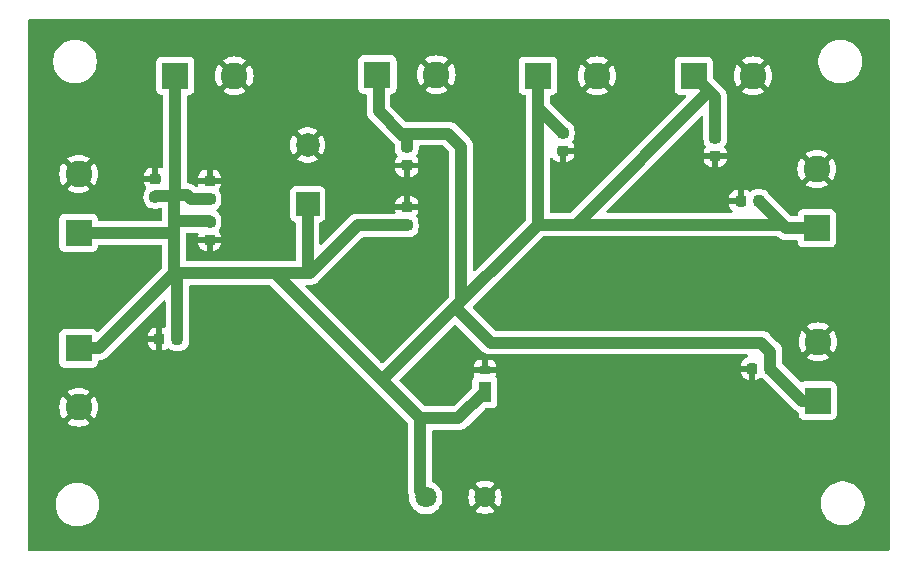
<source format=gbr>
%TF.GenerationSoftware,KiCad,Pcbnew,8.0.2*%
%TF.CreationDate,2024-07-10T14:47:37-04:00*%
%TF.ProjectId,Low-Power_PDP,4c6f772d-506f-4776-9572-5f5044502e6b,rev?*%
%TF.SameCoordinates,Original*%
%TF.FileFunction,Copper,L1,Top*%
%TF.FilePolarity,Positive*%
%FSLAX46Y46*%
G04 Gerber Fmt 4.6, Leading zero omitted, Abs format (unit mm)*
G04 Created by KiCad (PCBNEW 8.0.2) date 2024-07-10 14:47:37*
%MOMM*%
%LPD*%
G01*
G04 APERTURE LIST*
G04 Aperture macros list*
%AMRoundRect*
0 Rectangle with rounded corners*
0 $1 Rounding radius*
0 $2 $3 $4 $5 $6 $7 $8 $9 X,Y pos of 4 corners*
0 Add a 4 corners polygon primitive as box body*
4,1,4,$2,$3,$4,$5,$6,$7,$8,$9,$2,$3,0*
0 Add four circle primitives for the rounded corners*
1,1,$1+$1,$2,$3*
1,1,$1+$1,$4,$5*
1,1,$1+$1,$6,$7*
1,1,$1+$1,$8,$9*
0 Add four rect primitives between the rounded corners*
20,1,$1+$1,$2,$3,$4,$5,0*
20,1,$1+$1,$4,$5,$6,$7,0*
20,1,$1+$1,$6,$7,$8,$9,0*
20,1,$1+$1,$8,$9,$2,$3,0*%
G04 Aperture macros list end*
%TA.AperFunction,ComponentPad*%
%ADD10R,2.250000X2.250000*%
%TD*%
%TA.AperFunction,ComponentPad*%
%ADD11C,2.250000*%
%TD*%
%TA.AperFunction,SMDPad,CuDef*%
%ADD12RoundRect,0.225000X-0.250000X0.225000X-0.250000X-0.225000X0.250000X-0.225000X0.250000X0.225000X0*%
%TD*%
%TA.AperFunction,SMDPad,CuDef*%
%ADD13RoundRect,0.225000X0.250000X-0.225000X0.250000X0.225000X-0.250000X0.225000X-0.250000X-0.225000X0*%
%TD*%
%TA.AperFunction,ComponentPad*%
%ADD14R,2.000000X2.000000*%
%TD*%
%TA.AperFunction,ComponentPad*%
%ADD15C,2.000000*%
%TD*%
%TA.AperFunction,SMDPad,CuDef*%
%ADD16RoundRect,0.225000X0.225000X0.250000X-0.225000X0.250000X-0.225000X-0.250000X0.225000X-0.250000X0*%
%TD*%
%TA.AperFunction,SMDPad,CuDef*%
%ADD17R,1.092200X1.803400*%
%TD*%
%TA.AperFunction,SMDPad,CuDef*%
%ADD18R,0.838200X0.711200*%
%TD*%
%TA.AperFunction,ComponentPad*%
%ADD19C,1.803400*%
%TD*%
%TA.AperFunction,ViaPad*%
%ADD20C,0.600000*%
%TD*%
%TA.AperFunction,Conductor*%
%ADD21C,1.000000*%
%TD*%
G04 APERTURE END LIST*
D10*
%TO.P,J3,01,01*%
%TO.N,VCC*%
X78600000Y-28200000D03*
D11*
%TO.P,J3,02,02*%
%TO.N,GND*%
X83600000Y-28200000D03*
%TD*%
D12*
%TO.P,C6,1*%
%TO.N,VCC*%
X94300000Y-33125000D03*
%TO.P,C6,2*%
%TO.N,GND*%
X94300000Y-34675000D03*
%TD*%
D13*
%TO.P,C4,1*%
%TO.N,VCC*%
X81100000Y-40975000D03*
%TO.P,C4,2*%
%TO.N,GND*%
X81100000Y-39425000D03*
%TD*%
D10*
%TO.P,J7,01,01*%
%TO.N,VCC*%
X53300000Y-41612500D03*
D11*
%TO.P,J7,02,02*%
%TO.N,GND*%
X53300000Y-36612500D03*
%TD*%
D14*
%TO.P,C5,1*%
%TO.N,VCC*%
X72700000Y-39167677D03*
D15*
%TO.P,C5,2*%
%TO.N,GND*%
X72700000Y-34167677D03*
%TD*%
D10*
%TO.P,J5,01,01*%
%TO.N,VCC*%
X105400000Y-28300000D03*
D11*
%TO.P,J5,02,02*%
%TO.N,GND*%
X110400000Y-28300000D03*
%TD*%
D10*
%TO.P,J4,01,01*%
%TO.N,VCC*%
X92200000Y-28300000D03*
D11*
%TO.P,J4,02,02*%
%TO.N,GND*%
X97200000Y-28300000D03*
%TD*%
D12*
%TO.P,C3,1*%
%TO.N,VCC*%
X64400000Y-40650000D03*
%TO.P,C3,2*%
%TO.N,GND*%
X64400000Y-42200000D03*
%TD*%
D10*
%TO.P,J8,01,01*%
%TO.N,VCC*%
X53300000Y-51387500D03*
D11*
%TO.P,J8,02,02*%
%TO.N,GND*%
X53300000Y-56387500D03*
%TD*%
D16*
%TO.P,C8,1*%
%TO.N,VCC*%
X110900000Y-38900000D03*
%TO.P,C8,2*%
%TO.N,GND*%
X109350000Y-38900000D03*
%TD*%
D13*
%TO.P,C2,1*%
%TO.N,VCC*%
X64400000Y-38750000D03*
%TO.P,C2,2*%
%TO.N,GND*%
X64400000Y-37200000D03*
%TD*%
D17*
%TO.P,D1,1,K*%
%TO.N,VCC*%
X87700000Y-55051500D03*
D18*
%TO.P,D1,2,A*%
%TO.N,GND*%
X87700000Y-53202400D03*
%TD*%
D12*
%TO.P,C7,1*%
%TO.N,VCC*%
X107200000Y-33550000D03*
%TO.P,C7,2*%
%TO.N,GND*%
X107200000Y-35100000D03*
%TD*%
D16*
%TO.P,C10,1*%
%TO.N,VCC*%
X111875000Y-53100000D03*
%TO.P,C10,2*%
%TO.N,GND*%
X110325000Y-53100000D03*
%TD*%
D13*
%TO.P,C9,1*%
%TO.N,VCC*%
X59800000Y-38575000D03*
%TO.P,C9,2*%
%TO.N,GND*%
X59800000Y-37025000D03*
%TD*%
D10*
%TO.P,J6,01,01*%
%TO.N,VCC*%
X115800000Y-41212500D03*
D11*
%TO.P,J6,02,02*%
%TO.N,GND*%
X115800000Y-36212500D03*
%TD*%
D10*
%TO.P,J2,01,01*%
%TO.N,VCC*%
X61487500Y-28300000D03*
D11*
%TO.P,J2,02,02*%
%TO.N,GND*%
X66487500Y-28300000D03*
%TD*%
D16*
%TO.P,C11,1*%
%TO.N,VCC*%
X61675000Y-50600000D03*
%TO.P,C11,2*%
%TO.N,GND*%
X60125000Y-50600000D03*
%TD*%
D10*
%TO.P,J9,01,01*%
%TO.N,VCC*%
X115900000Y-55812500D03*
D11*
%TO.P,J9,02,02*%
%TO.N,GND*%
X115900000Y-50812500D03*
%TD*%
D12*
%TO.P,C1,1*%
%TO.N,VCC*%
X81100000Y-34350000D03*
%TO.P,C1,2*%
%TO.N,GND*%
X81100000Y-35900000D03*
%TD*%
D19*
%TO.P,J1,1,Pin_1*%
%TO.N,VCC*%
X82704900Y-64002701D03*
%TO.P,J1,2,Pin_2*%
%TO.N,GND*%
X87704900Y-64002701D03*
%TD*%
D20*
%TO.N,GND*%
X103300000Y-48700000D03*
X101900000Y-44300000D03*
X62600000Y-57100000D03*
X107000000Y-47500000D03*
X103300000Y-45300000D03*
X107000000Y-48700000D03*
X61300000Y-59300000D03*
X61300000Y-55000000D03*
X108300000Y-43200000D03*
X109500000Y-45300000D03*
X98500000Y-58200000D03*
X71400000Y-59300000D03*
X98500000Y-59300000D03*
X65200000Y-57100000D03*
X70200000Y-60500000D03*
X66500000Y-57100000D03*
X104900000Y-57100000D03*
X109500000Y-47500000D03*
X106100000Y-60500000D03*
X100700000Y-47500000D03*
X100700000Y-48700000D03*
X61300000Y-57100000D03*
X63800000Y-60500000D03*
X68900000Y-56100000D03*
X107400000Y-60500000D03*
X67700000Y-56100000D03*
X104900000Y-58200000D03*
X62600000Y-58200000D03*
X105800000Y-43200000D03*
X103700000Y-57100000D03*
X100700000Y-45300000D03*
X109500000Y-48700000D03*
X61300000Y-56100000D03*
X107000000Y-43200000D03*
X98500000Y-56100000D03*
X108600000Y-56100000D03*
X67700000Y-55000000D03*
X105800000Y-47500000D03*
X107400000Y-56100000D03*
X63800000Y-59300000D03*
X98500000Y-57100000D03*
X104900000Y-60500000D03*
X99800000Y-55000000D03*
X99400000Y-44300000D03*
X71400000Y-55000000D03*
X107000000Y-46400000D03*
X101000000Y-56100000D03*
X108600000Y-60500000D03*
X71400000Y-58200000D03*
X108300000Y-47500000D03*
X101900000Y-48700000D03*
X107000000Y-45300000D03*
X68900000Y-59300000D03*
X99800000Y-60500000D03*
X108600000Y-55000000D03*
X105800000Y-44300000D03*
X99400000Y-45300000D03*
X107400000Y-59300000D03*
X105800000Y-45300000D03*
X109500000Y-44300000D03*
X109500000Y-43200000D03*
X104600000Y-45300000D03*
X99400000Y-46400000D03*
X99400000Y-47500000D03*
X65200000Y-55000000D03*
X68900000Y-58200000D03*
X105800000Y-48700000D03*
X63800000Y-56100000D03*
X106100000Y-55000000D03*
X67700000Y-58200000D03*
X101000000Y-59300000D03*
X101000000Y-55000000D03*
X102400000Y-60500000D03*
X101000000Y-57100000D03*
X66500000Y-58200000D03*
X61300000Y-58200000D03*
X70200000Y-55000000D03*
X65200000Y-60500000D03*
X101900000Y-46400000D03*
X63800000Y-55000000D03*
X70200000Y-57100000D03*
X108600000Y-57100000D03*
X108300000Y-46400000D03*
X99400000Y-48700000D03*
X62600000Y-60500000D03*
X62600000Y-59300000D03*
X104600000Y-44300000D03*
X104900000Y-55000000D03*
X70200000Y-56100000D03*
X62600000Y-56100000D03*
X102400000Y-55000000D03*
X70200000Y-58200000D03*
X108300000Y-44300000D03*
X104600000Y-43200000D03*
X106100000Y-56100000D03*
X99800000Y-59300000D03*
X107000000Y-44300000D03*
X104600000Y-47500000D03*
X62600000Y-55000000D03*
X99400000Y-43200000D03*
X103300000Y-43200000D03*
X100700000Y-43200000D03*
X102400000Y-57100000D03*
X108300000Y-48700000D03*
X108600000Y-59300000D03*
X99800000Y-58200000D03*
X101900000Y-43200000D03*
X66500000Y-60500000D03*
X102400000Y-59300000D03*
X103300000Y-44300000D03*
X65200000Y-58200000D03*
X71400000Y-57100000D03*
X71400000Y-60500000D03*
X67700000Y-57100000D03*
X68900000Y-60500000D03*
X99800000Y-57100000D03*
X67700000Y-60500000D03*
X102400000Y-58200000D03*
X108300000Y-45300000D03*
X107400000Y-55000000D03*
X107400000Y-58200000D03*
X103700000Y-55000000D03*
X98500000Y-55000000D03*
X66500000Y-55000000D03*
X109500000Y-46400000D03*
X104900000Y-56100000D03*
X103700000Y-59300000D03*
X103700000Y-56100000D03*
X101000000Y-60500000D03*
X104600000Y-46400000D03*
X66500000Y-59300000D03*
X65200000Y-59300000D03*
X102400000Y-56100000D03*
X104600000Y-48700000D03*
X68900000Y-57100000D03*
X101000000Y-58200000D03*
X100700000Y-44300000D03*
X70200000Y-59300000D03*
X103300000Y-46400000D03*
X106100000Y-58200000D03*
X98500000Y-60500000D03*
X100700000Y-46400000D03*
X103700000Y-58200000D03*
X65200000Y-56100000D03*
X66500000Y-56100000D03*
X103700000Y-60500000D03*
X106100000Y-59300000D03*
X71400000Y-56100000D03*
X61300000Y-60500000D03*
X107400000Y-57100000D03*
X101900000Y-45300000D03*
X103300000Y-47500000D03*
X63800000Y-58200000D03*
X108600000Y-58200000D03*
X99800000Y-56100000D03*
X68900000Y-55000000D03*
X104900000Y-59300000D03*
X63800000Y-57100000D03*
X67700000Y-59300000D03*
X106100000Y-57100000D03*
X105800000Y-46400000D03*
X101900000Y-47500000D03*
%TD*%
D21*
%TO.N,VCC*%
X85700000Y-34300000D02*
X85700000Y-47400000D01*
X55012500Y-51387500D02*
X61400000Y-45000000D01*
X113212500Y-41212500D02*
X110900000Y-38900000D01*
X115800000Y-41212500D02*
X113212500Y-41212500D01*
X82200000Y-63497801D02*
X82704900Y-64002701D01*
X84600000Y-33200000D02*
X85700000Y-34300000D01*
X72700000Y-39167677D02*
X72700000Y-44800000D01*
X78700000Y-28300000D02*
X78600000Y-28200000D01*
X62512500Y-38412500D02*
X62850000Y-38750000D01*
X61400000Y-40600000D02*
X64350000Y-40600000D01*
X92200000Y-28300000D02*
X92200000Y-31025000D01*
X61400000Y-41300000D02*
X61400000Y-40600000D01*
X61400000Y-38500000D02*
X59875000Y-38500000D01*
X113212500Y-41212500D02*
X112900000Y-40900000D01*
X69900000Y-45000000D02*
X79000000Y-54100000D01*
X92200000Y-31025000D02*
X94300000Y-33125000D01*
X88200000Y-50900000D02*
X111100000Y-50900000D01*
X85200000Y-47900000D02*
X83850000Y-49250000D01*
X92200000Y-31025000D02*
X92200000Y-40900000D01*
X85451500Y-57300000D02*
X87700000Y-55051500D01*
X81100000Y-34350000D02*
X81100000Y-33700000D01*
X72900000Y-45000000D02*
X76925000Y-40975000D01*
X53300000Y-41612500D02*
X61087500Y-41612500D01*
X114587500Y-55812500D02*
X111875000Y-53100000D01*
X61675000Y-50600000D02*
X61675000Y-45275000D01*
X62850000Y-38750000D02*
X64400000Y-38750000D01*
X81100000Y-33700000D02*
X80600000Y-33200000D01*
X82200000Y-57300000D02*
X82200000Y-63497801D01*
X69900000Y-45000000D02*
X72900000Y-45000000D01*
X53300000Y-51387500D02*
X55012500Y-51387500D01*
X95400000Y-40900000D02*
X92200000Y-40900000D01*
X76925000Y-40975000D02*
X81100000Y-40975000D01*
X107200000Y-33550000D02*
X107200000Y-32325000D01*
X61087500Y-41612500D02*
X61400000Y-41300000D01*
X80600000Y-33200000D02*
X78700000Y-31300000D01*
X61487500Y-28300000D02*
X61487500Y-38412500D01*
X111875000Y-51675000D02*
X111875000Y-53100000D01*
X79000000Y-54100000D02*
X82200000Y-57300000D01*
X112900000Y-40900000D02*
X95400000Y-40900000D01*
X61675000Y-45275000D02*
X61400000Y-45000000D01*
X115900000Y-55812500D02*
X114587500Y-55812500D01*
X92200000Y-40900000D02*
X83850000Y-49250000D01*
X85700000Y-47400000D02*
X85200000Y-47900000D01*
X80600000Y-33200000D02*
X84600000Y-33200000D01*
X61400000Y-38500000D02*
X61487500Y-38412500D01*
X59875000Y-38500000D02*
X59800000Y-38575000D01*
X106700000Y-29600000D02*
X105400000Y-28300000D01*
X61400000Y-40600000D02*
X61400000Y-38500000D01*
X107200000Y-30100000D02*
X106700000Y-29600000D01*
X78700000Y-31300000D02*
X78700000Y-28300000D01*
X61400000Y-45000000D02*
X61400000Y-41300000D01*
X61487500Y-38412500D02*
X62512500Y-38412500D01*
X64350000Y-40600000D02*
X64400000Y-40650000D01*
X61400000Y-45000000D02*
X69900000Y-45000000D01*
X82200000Y-57300000D02*
X85451500Y-57300000D01*
X107200000Y-32325000D02*
X107200000Y-30100000D01*
X72700000Y-44800000D02*
X72900000Y-45000000D01*
X111100000Y-50900000D02*
X111875000Y-51675000D01*
X106700000Y-29600000D02*
X95400000Y-40900000D01*
X85200000Y-47900000D02*
X88200000Y-50900000D01*
X83850000Y-49250000D02*
X79000000Y-54100000D01*
%TD*%
%TA.AperFunction,Conductor*%
%TO.N,GND*%
G36*
X121942539Y-23520185D02*
G01*
X121988294Y-23572989D01*
X121999500Y-23624500D01*
X121999500Y-68375500D01*
X121979815Y-68442539D01*
X121927011Y-68488294D01*
X121875500Y-68499500D01*
X49124500Y-68499500D01*
X49057461Y-68479815D01*
X49011706Y-68427011D01*
X49000500Y-68375500D01*
X49000500Y-64478711D01*
X51349500Y-64478711D01*
X51349500Y-64721288D01*
X51381161Y-64961785D01*
X51443947Y-65196104D01*
X51514389Y-65366165D01*
X51536776Y-65420212D01*
X51658064Y-65630289D01*
X51658066Y-65630292D01*
X51658067Y-65630293D01*
X51805733Y-65822736D01*
X51805739Y-65822743D01*
X51977256Y-65994260D01*
X51977262Y-65994265D01*
X52169711Y-66141936D01*
X52379788Y-66263224D01*
X52603900Y-66356054D01*
X52838211Y-66418838D01*
X53018586Y-66442584D01*
X53078711Y-66450500D01*
X53078712Y-66450500D01*
X53321289Y-66450500D01*
X53369388Y-66444167D01*
X53561789Y-66418838D01*
X53796100Y-66356054D01*
X54020212Y-66263224D01*
X54230289Y-66141936D01*
X54422738Y-65994265D01*
X54594265Y-65822738D01*
X54741936Y-65630289D01*
X54863224Y-65420212D01*
X54956054Y-65196100D01*
X55018838Y-64961789D01*
X55050500Y-64721288D01*
X55050500Y-64478712D01*
X55018838Y-64238211D01*
X54956054Y-64003900D01*
X54863224Y-63779788D01*
X54741936Y-63569711D01*
X54681018Y-63490321D01*
X54594266Y-63377263D01*
X54594260Y-63377256D01*
X54422743Y-63205739D01*
X54422736Y-63205733D01*
X54230293Y-63058067D01*
X54230292Y-63058066D01*
X54230289Y-63058064D01*
X54020212Y-62936776D01*
X54020205Y-62936773D01*
X53796104Y-62843947D01*
X53561785Y-62781161D01*
X53321289Y-62749500D01*
X53321288Y-62749500D01*
X53078712Y-62749500D01*
X53078711Y-62749500D01*
X52838214Y-62781161D01*
X52603895Y-62843947D01*
X52379794Y-62936773D01*
X52379785Y-62936777D01*
X52169706Y-63058067D01*
X51977263Y-63205733D01*
X51977256Y-63205739D01*
X51805739Y-63377256D01*
X51805733Y-63377263D01*
X51658067Y-63569706D01*
X51536777Y-63779785D01*
X51536773Y-63779794D01*
X51443947Y-64003895D01*
X51381161Y-64238214D01*
X51349500Y-64478711D01*
X49000500Y-64478711D01*
X49000500Y-56387500D01*
X51669975Y-56387500D01*
X51690042Y-56642489D01*
X51749752Y-56891202D01*
X51847634Y-57127512D01*
X51847636Y-57127515D01*
X51981277Y-57345598D01*
X51981284Y-57345607D01*
X51984533Y-57349412D01*
X52622421Y-56711524D01*
X52635359Y-56742758D01*
X52717437Y-56865597D01*
X52821903Y-56970063D01*
X52944742Y-57052141D01*
X52975974Y-57065078D01*
X52338087Y-57702965D01*
X52341897Y-57706219D01*
X52559984Y-57839863D01*
X52559987Y-57839865D01*
X52796297Y-57937747D01*
X53045011Y-57997457D01*
X53045010Y-57997457D01*
X53300000Y-58017524D01*
X53554989Y-57997457D01*
X53803702Y-57937747D01*
X54040012Y-57839865D01*
X54040015Y-57839863D01*
X54258095Y-57706224D01*
X54258110Y-57706213D01*
X54261911Y-57702966D01*
X54261911Y-57702964D01*
X53624025Y-57065077D01*
X53655258Y-57052141D01*
X53778097Y-56970063D01*
X53882563Y-56865597D01*
X53964641Y-56742758D01*
X53977578Y-56711525D01*
X54615464Y-57349411D01*
X54615466Y-57349411D01*
X54618713Y-57345610D01*
X54618724Y-57345595D01*
X54752363Y-57127515D01*
X54752365Y-57127512D01*
X54850247Y-56891202D01*
X54909957Y-56642489D01*
X54930024Y-56387500D01*
X54909957Y-56132510D01*
X54850247Y-55883797D01*
X54752365Y-55647487D01*
X54752363Y-55647484D01*
X54618719Y-55429397D01*
X54615465Y-55425587D01*
X53977578Y-56063474D01*
X53964641Y-56032242D01*
X53882563Y-55909403D01*
X53778097Y-55804937D01*
X53655258Y-55722859D01*
X53624024Y-55709921D01*
X54261912Y-55072033D01*
X54258107Y-55068784D01*
X54258098Y-55068777D01*
X54040015Y-54935136D01*
X54040012Y-54935134D01*
X53803702Y-54837252D01*
X53554988Y-54777542D01*
X53554989Y-54777542D01*
X53300000Y-54757475D01*
X53045010Y-54777542D01*
X52796297Y-54837252D01*
X52559987Y-54935134D01*
X52559984Y-54935136D01*
X52341893Y-55068782D01*
X52338086Y-55072032D01*
X52975975Y-55709921D01*
X52944742Y-55722859D01*
X52821903Y-55804937D01*
X52717437Y-55909403D01*
X52635359Y-56032242D01*
X52622421Y-56063475D01*
X51984532Y-55425586D01*
X51981282Y-55429393D01*
X51847636Y-55647484D01*
X51847634Y-55647487D01*
X51749752Y-55883797D01*
X51690042Y-56132510D01*
X51669975Y-56387500D01*
X49000500Y-56387500D01*
X49000500Y-40439635D01*
X51674500Y-40439635D01*
X51674500Y-42785370D01*
X51674501Y-42785376D01*
X51680908Y-42844983D01*
X51731202Y-42979828D01*
X51731206Y-42979835D01*
X51817452Y-43095044D01*
X51817455Y-43095047D01*
X51932664Y-43181293D01*
X51932671Y-43181297D01*
X52067517Y-43231591D01*
X52067516Y-43231591D01*
X52074444Y-43232335D01*
X52127127Y-43238000D01*
X54472872Y-43237999D01*
X54532483Y-43231591D01*
X54667331Y-43181296D01*
X54782546Y-43095046D01*
X54868796Y-42979831D01*
X54919091Y-42844983D01*
X54925500Y-42785373D01*
X54925500Y-42737000D01*
X54945185Y-42669961D01*
X54997989Y-42624206D01*
X55049500Y-42613000D01*
X60275500Y-42613000D01*
X60342539Y-42632685D01*
X60388294Y-42685489D01*
X60399500Y-42737000D01*
X60399500Y-44534217D01*
X60379815Y-44601256D01*
X60363181Y-44621898D01*
X55011132Y-49973946D01*
X54949809Y-50007431D01*
X54880117Y-50002447D01*
X54824185Y-49960577D01*
X54782546Y-49904954D01*
X54715011Y-49854397D01*
X54667335Y-49818706D01*
X54667328Y-49818702D01*
X54532482Y-49768408D01*
X54532483Y-49768408D01*
X54472883Y-49762001D01*
X54472881Y-49762000D01*
X54472873Y-49762000D01*
X54472864Y-49762000D01*
X52127129Y-49762000D01*
X52127123Y-49762001D01*
X52067516Y-49768408D01*
X51932671Y-49818702D01*
X51932664Y-49818706D01*
X51817455Y-49904952D01*
X51817452Y-49904955D01*
X51731206Y-50020164D01*
X51731202Y-50020171D01*
X51680908Y-50155017D01*
X51674501Y-50214616D01*
X51674500Y-50214635D01*
X51674500Y-52560370D01*
X51674501Y-52560376D01*
X51680908Y-52619983D01*
X51731202Y-52754828D01*
X51731206Y-52754835D01*
X51817452Y-52870044D01*
X51817455Y-52870047D01*
X51932664Y-52956293D01*
X51932671Y-52956297D01*
X52067517Y-53006591D01*
X52067516Y-53006591D01*
X52074444Y-53007335D01*
X52127127Y-53013000D01*
X54472872Y-53012999D01*
X54532483Y-53006591D01*
X54667331Y-52956296D01*
X54782546Y-52870046D01*
X54868796Y-52754831D01*
X54919091Y-52619983D01*
X54925500Y-52560373D01*
X54925500Y-52512000D01*
X54945185Y-52444961D01*
X54997989Y-52399206D01*
X55049500Y-52388000D01*
X55111042Y-52388000D01*
X55130370Y-52384155D01*
X55207688Y-52368775D01*
X55304336Y-52349551D01*
X55368771Y-52322861D01*
X55486414Y-52274132D01*
X55650282Y-52164639D01*
X55789639Y-52025282D01*
X55789640Y-52025280D01*
X55796706Y-52018214D01*
X55796708Y-52018210D01*
X56916596Y-50898322D01*
X59175001Y-50898322D01*
X59185144Y-50997607D01*
X59238452Y-51158481D01*
X59238457Y-51158492D01*
X59327424Y-51302728D01*
X59327427Y-51302732D01*
X59447267Y-51422572D01*
X59447271Y-51422575D01*
X59591507Y-51511542D01*
X59591518Y-51511547D01*
X59752393Y-51564855D01*
X59851683Y-51574999D01*
X59875000Y-51574998D01*
X59875000Y-50850000D01*
X59175001Y-50850000D01*
X59175001Y-50898322D01*
X56916596Y-50898322D01*
X57513241Y-50301677D01*
X59175000Y-50301677D01*
X59175000Y-50350000D01*
X59875000Y-50350000D01*
X59875000Y-49624999D01*
X59851693Y-49625000D01*
X59851674Y-49625001D01*
X59752392Y-49635144D01*
X59591518Y-49688452D01*
X59591507Y-49688457D01*
X59447271Y-49777424D01*
X59447267Y-49777427D01*
X59327427Y-49897267D01*
X59327424Y-49897271D01*
X59238457Y-50041507D01*
X59238452Y-50041518D01*
X59185144Y-50202393D01*
X59175000Y-50301677D01*
X57513241Y-50301677D01*
X60462821Y-47352098D01*
X60524142Y-47318615D01*
X60593834Y-47323599D01*
X60649767Y-47365471D01*
X60674184Y-47430935D01*
X60674500Y-47439781D01*
X60674500Y-49522040D01*
X60654815Y-49589079D01*
X60602011Y-49634834D01*
X60532853Y-49644778D01*
X60511498Y-49639747D01*
X60497606Y-49635143D01*
X60398322Y-49625000D01*
X60375000Y-49625000D01*
X60375000Y-51574999D01*
X60398308Y-51574999D01*
X60398322Y-51574998D01*
X60497607Y-51564855D01*
X60658481Y-51511547D01*
X60658492Y-51511542D01*
X60802731Y-51422573D01*
X60811959Y-51413345D01*
X60873279Y-51379856D01*
X60942971Y-51384835D01*
X60987327Y-51413339D01*
X60996955Y-51422967D01*
X60996959Y-51422970D01*
X61141294Y-51511998D01*
X61141297Y-51511999D01*
X61141303Y-51512003D01*
X61302292Y-51565349D01*
X61401655Y-51575500D01*
X61438563Y-51575499D01*
X61462754Y-51577881D01*
X61528596Y-51590979D01*
X61576458Y-51600500D01*
X61576459Y-51600500D01*
X61773543Y-51600500D01*
X61887247Y-51577882D01*
X61911439Y-51575499D01*
X61948338Y-51575499D01*
X61948344Y-51575499D01*
X61948352Y-51575498D01*
X61948355Y-51575498D01*
X62002760Y-51569940D01*
X62047708Y-51565349D01*
X62208697Y-51512003D01*
X62353044Y-51422968D01*
X62472968Y-51303044D01*
X62562003Y-51158697D01*
X62615349Y-50997708D01*
X62620755Y-50944788D01*
X62629550Y-50909942D01*
X62637051Y-50891835D01*
X62675500Y-50698541D01*
X62675500Y-46124500D01*
X62695185Y-46057461D01*
X62747989Y-46011706D01*
X62799500Y-46000500D01*
X69434218Y-46000500D01*
X69501257Y-46020185D01*
X69521898Y-46036818D01*
X74042589Y-50557510D01*
X78369283Y-54884204D01*
X78369289Y-54884209D01*
X81163181Y-57678101D01*
X81196666Y-57739424D01*
X81199500Y-57765782D01*
X81199500Y-63596342D01*
X81199500Y-63596344D01*
X81199499Y-63596344D01*
X81237947Y-63789630D01*
X81237949Y-63789636D01*
X81285278Y-63903900D01*
X81291117Y-63917995D01*
X81300132Y-63975688D01*
X81297894Y-64002696D01*
X81297894Y-64002706D01*
X81317083Y-64234283D01*
X81374129Y-64459555D01*
X81467475Y-64672363D01*
X81499440Y-64721288D01*
X81594575Y-64866902D01*
X81751961Y-65037869D01*
X81751964Y-65037871D01*
X81751967Y-65037874D01*
X81935332Y-65180593D01*
X81935338Y-65180597D01*
X81935341Y-65180599D01*
X82139712Y-65291200D01*
X82359500Y-65366653D01*
X82588710Y-65404901D01*
X82821090Y-65404901D01*
X83050300Y-65366653D01*
X83270088Y-65291200D01*
X83474459Y-65180599D01*
X83475003Y-65180176D01*
X83583018Y-65096104D01*
X83657839Y-65037869D01*
X83815225Y-64866902D01*
X83942325Y-64672362D01*
X84035671Y-64459555D01*
X84092716Y-64234287D01*
X84111906Y-64002701D01*
X84111906Y-64002695D01*
X86298396Y-64002695D01*
X86298396Y-64002706D01*
X86317578Y-64234200D01*
X86374604Y-64459392D01*
X86467915Y-64672119D01*
X86552484Y-64801562D01*
X87105618Y-64248428D01*
X87130916Y-64309502D01*
X87201799Y-64415586D01*
X87292015Y-64505802D01*
X87398099Y-64576685D01*
X87459171Y-64601982D01*
X86904889Y-65156263D01*
X86904890Y-65156264D01*
X86935612Y-65180176D01*
X86935618Y-65180181D01*
X87139907Y-65290736D01*
X87139917Y-65290741D01*
X87359621Y-65366165D01*
X87588753Y-65404401D01*
X87821047Y-65404401D01*
X88050178Y-65366165D01*
X88269882Y-65290741D01*
X88269887Y-65290739D01*
X88474188Y-65180176D01*
X88504908Y-65156264D01*
X88504908Y-65156263D01*
X87950628Y-64601982D01*
X88011701Y-64576685D01*
X88117785Y-64505802D01*
X88208001Y-64415586D01*
X88278884Y-64309502D01*
X88304181Y-64248429D01*
X88857314Y-64801562D01*
X88941880Y-64672126D01*
X88941885Y-64672118D01*
X89035195Y-64459392D01*
X89055626Y-64378711D01*
X116149500Y-64378711D01*
X116149500Y-64621288D01*
X116181161Y-64861785D01*
X116243947Y-65096104D01*
X116324568Y-65290739D01*
X116336776Y-65320212D01*
X116458064Y-65530289D01*
X116458066Y-65530292D01*
X116458067Y-65530293D01*
X116605733Y-65722736D01*
X116605739Y-65722743D01*
X116777256Y-65894260D01*
X116777262Y-65894265D01*
X116969711Y-66041936D01*
X117179788Y-66163224D01*
X117403900Y-66256054D01*
X117638211Y-66318838D01*
X117818586Y-66342584D01*
X117878711Y-66350500D01*
X117878712Y-66350500D01*
X118121289Y-66350500D01*
X118169388Y-66344167D01*
X118361789Y-66318838D01*
X118596100Y-66256054D01*
X118820212Y-66163224D01*
X119030289Y-66041936D01*
X119222738Y-65894265D01*
X119394265Y-65722738D01*
X119541936Y-65530289D01*
X119663224Y-65320212D01*
X119756054Y-65096100D01*
X119818838Y-64861789D01*
X119850500Y-64621288D01*
X119850500Y-64378712D01*
X119818838Y-64138211D01*
X119756054Y-63903900D01*
X119663224Y-63679788D01*
X119541936Y-63469711D01*
X119394265Y-63277262D01*
X119394260Y-63277256D01*
X119222743Y-63105739D01*
X119222736Y-63105733D01*
X119030293Y-62958067D01*
X119030292Y-62958066D01*
X119030289Y-62958064D01*
X118841620Y-62849136D01*
X118820214Y-62836777D01*
X118820205Y-62836773D01*
X118596104Y-62743947D01*
X118361785Y-62681161D01*
X118121289Y-62649500D01*
X118121288Y-62649500D01*
X117878712Y-62649500D01*
X117878711Y-62649500D01*
X117638214Y-62681161D01*
X117403895Y-62743947D01*
X117179794Y-62836773D01*
X117179785Y-62836777D01*
X116969706Y-62958067D01*
X116777263Y-63105733D01*
X116777256Y-63105739D01*
X116605739Y-63277256D01*
X116605733Y-63277263D01*
X116458067Y-63469706D01*
X116336777Y-63679785D01*
X116336773Y-63679794D01*
X116243947Y-63903895D01*
X116181161Y-64138214D01*
X116149500Y-64378711D01*
X89055626Y-64378711D01*
X89092221Y-64234200D01*
X89111404Y-64002706D01*
X89111404Y-64002695D01*
X89092221Y-63771201D01*
X89035195Y-63546009D01*
X88941882Y-63333277D01*
X88857314Y-63203838D01*
X88304180Y-63756971D01*
X88278884Y-63695900D01*
X88208001Y-63589816D01*
X88117785Y-63499600D01*
X88011701Y-63428717D01*
X87950627Y-63403419D01*
X88504909Y-62849137D01*
X88504909Y-62849136D01*
X88474186Y-62825224D01*
X88474181Y-62825220D01*
X88269892Y-62714665D01*
X88269882Y-62714660D01*
X88050178Y-62639236D01*
X87821047Y-62601001D01*
X87588753Y-62601001D01*
X87359621Y-62639236D01*
X87139917Y-62714660D01*
X87139907Y-62714665D01*
X86935617Y-62825221D01*
X86935606Y-62825228D01*
X86904890Y-62849135D01*
X86904890Y-62849137D01*
X87459172Y-63403419D01*
X87398099Y-63428717D01*
X87292015Y-63499600D01*
X87201799Y-63589816D01*
X87130916Y-63695900D01*
X87105618Y-63756972D01*
X86552484Y-63203838D01*
X86467916Y-63333279D01*
X86374604Y-63546009D01*
X86317578Y-63771201D01*
X86298396Y-64002695D01*
X84111906Y-64002695D01*
X84092716Y-63771115D01*
X84035671Y-63545847D01*
X83942325Y-63333040D01*
X83815225Y-63138500D01*
X83657839Y-62967533D01*
X83657834Y-62967529D01*
X83657832Y-62967527D01*
X83474467Y-62824808D01*
X83474461Y-62824804D01*
X83325051Y-62743947D01*
X83270088Y-62714202D01*
X83270086Y-62714201D01*
X83265577Y-62711761D01*
X83266732Y-62709625D01*
X83221005Y-62670964D01*
X83200509Y-62604168D01*
X83200500Y-62602664D01*
X83200500Y-58424500D01*
X83220185Y-58357461D01*
X83272989Y-58311706D01*
X83324500Y-58300500D01*
X85550042Y-58300500D01*
X85569370Y-58296655D01*
X85646688Y-58281275D01*
X85743336Y-58262051D01*
X85796665Y-58239961D01*
X85925414Y-58186632D01*
X86089282Y-58077139D01*
X86228639Y-57937782D01*
X86228640Y-57937779D01*
X86235706Y-57930714D01*
X86235709Y-57930710D01*
X87676401Y-56490018D01*
X87737724Y-56456533D01*
X87764082Y-56453699D01*
X88293971Y-56453699D01*
X88293972Y-56453699D01*
X88353583Y-56447291D01*
X88488431Y-56396996D01*
X88603646Y-56310746D01*
X88689896Y-56195531D01*
X88740191Y-56060683D01*
X88746600Y-56001073D01*
X88746599Y-54101928D01*
X88740191Y-54042317D01*
X88695677Y-53922970D01*
X88689897Y-53907471D01*
X88689893Y-53907464D01*
X88618679Y-53812335D01*
X88594261Y-53746871D01*
X88601764Y-53694689D01*
X88612697Y-53665375D01*
X88612698Y-53665372D01*
X88619099Y-53605844D01*
X88619100Y-53605827D01*
X88619100Y-53452400D01*
X86780900Y-53452400D01*
X86780900Y-53605844D01*
X86787301Y-53665372D01*
X86787303Y-53665379D01*
X86798236Y-53694692D01*
X86803220Y-53764383D01*
X86781320Y-53812336D01*
X86710106Y-53907464D01*
X86710102Y-53907471D01*
X86659808Y-54042317D01*
X86656295Y-54074998D01*
X86653401Y-54101923D01*
X86653400Y-54101935D01*
X86653400Y-54631817D01*
X86633715Y-54698856D01*
X86617081Y-54719498D01*
X85073399Y-56263181D01*
X85012076Y-56296666D01*
X84985718Y-56299500D01*
X82665783Y-56299500D01*
X82598744Y-56279815D01*
X82578102Y-56263181D01*
X80502601Y-54187680D01*
X80469116Y-54126357D01*
X80474100Y-54056665D01*
X80502601Y-54012318D01*
X81116597Y-53398322D01*
X109375001Y-53398322D01*
X109385144Y-53497607D01*
X109438452Y-53658481D01*
X109438457Y-53658492D01*
X109527424Y-53802728D01*
X109527427Y-53802732D01*
X109647267Y-53922572D01*
X109647271Y-53922575D01*
X109791507Y-54011542D01*
X109791518Y-54011547D01*
X109952393Y-54064855D01*
X110051683Y-54074999D01*
X110075000Y-54074998D01*
X110075000Y-53350000D01*
X109375001Y-53350000D01*
X109375001Y-53398322D01*
X81116597Y-53398322D01*
X81316379Y-53198540D01*
X81715964Y-52798955D01*
X86780900Y-52798955D01*
X86780900Y-52952400D01*
X87450000Y-52952400D01*
X87950000Y-52952400D01*
X88619100Y-52952400D01*
X88619100Y-52798972D01*
X88619099Y-52798955D01*
X88612698Y-52739427D01*
X88612696Y-52739420D01*
X88562454Y-52604713D01*
X88562450Y-52604706D01*
X88476290Y-52489612D01*
X88476287Y-52489609D01*
X88361193Y-52403449D01*
X88361186Y-52403445D01*
X88226479Y-52353203D01*
X88226472Y-52353201D01*
X88166944Y-52346800D01*
X87950000Y-52346800D01*
X87950000Y-52952400D01*
X87450000Y-52952400D01*
X87450000Y-52346800D01*
X87233055Y-52346800D01*
X87173527Y-52353201D01*
X87173520Y-52353203D01*
X87038813Y-52403445D01*
X87038806Y-52403449D01*
X86923712Y-52489609D01*
X86923709Y-52489612D01*
X86837549Y-52604706D01*
X86837545Y-52604713D01*
X86787303Y-52739420D01*
X86787301Y-52739427D01*
X86780900Y-52798955D01*
X81715964Y-52798955D01*
X84627140Y-49887781D01*
X84627141Y-49887778D01*
X84634201Y-49880719D01*
X84634206Y-49880712D01*
X85112322Y-49402597D01*
X85173641Y-49369115D01*
X85243333Y-49374099D01*
X85287680Y-49402600D01*
X87562215Y-51677137D01*
X87562219Y-51677140D01*
X87726079Y-51786628D01*
X87726085Y-51786631D01*
X87726086Y-51786632D01*
X87908165Y-51862052D01*
X88069389Y-51894121D01*
X88101457Y-51900499D01*
X88101458Y-51900500D01*
X88101459Y-51900500D01*
X88101460Y-51900500D01*
X88298541Y-51900500D01*
X109892077Y-51900500D01*
X109959116Y-51920185D01*
X110004871Y-51972989D01*
X110014815Y-52042147D01*
X109985790Y-52105703D01*
X109931081Y-52142206D01*
X109791518Y-52188452D01*
X109791507Y-52188457D01*
X109647271Y-52277424D01*
X109647267Y-52277427D01*
X109527427Y-52397267D01*
X109527424Y-52397271D01*
X109438457Y-52541507D01*
X109438452Y-52541518D01*
X109385144Y-52702393D01*
X109375000Y-52801677D01*
X109375000Y-52850000D01*
X110451000Y-52850000D01*
X110518039Y-52869685D01*
X110563794Y-52922489D01*
X110575000Y-52974000D01*
X110575000Y-54074999D01*
X110598308Y-54074999D01*
X110598322Y-54074998D01*
X110697607Y-54064855D01*
X110858481Y-54011547D01*
X110858492Y-54011542D01*
X111002731Y-53922573D01*
X111011959Y-53913345D01*
X111073279Y-53879856D01*
X111142971Y-53884835D01*
X111187327Y-53913339D01*
X111196956Y-53922968D01*
X111341303Y-54012003D01*
X111359440Y-54018012D01*
X111408117Y-54048037D01*
X113810360Y-56450281D01*
X113810361Y-56450282D01*
X113949718Y-56589639D01*
X113949719Y-56589640D01*
X114113579Y-56699128D01*
X114113586Y-56699132D01*
X114197953Y-56734078D01*
X114252355Y-56777917D01*
X114274421Y-56844211D01*
X114274500Y-56848637D01*
X114274500Y-56985369D01*
X114274501Y-56985376D01*
X114280908Y-57044983D01*
X114331202Y-57179828D01*
X114331206Y-57179835D01*
X114417452Y-57295044D01*
X114417455Y-57295047D01*
X114532664Y-57381293D01*
X114532671Y-57381297D01*
X114667517Y-57431591D01*
X114667516Y-57431591D01*
X114674444Y-57432335D01*
X114727127Y-57438000D01*
X117072872Y-57437999D01*
X117132483Y-57431591D01*
X117267331Y-57381296D01*
X117382546Y-57295046D01*
X117468796Y-57179831D01*
X117519091Y-57044983D01*
X117525500Y-56985373D01*
X117525499Y-54639628D01*
X117519091Y-54580017D01*
X117468796Y-54445169D01*
X117468795Y-54445168D01*
X117468793Y-54445164D01*
X117382547Y-54329955D01*
X117382544Y-54329952D01*
X117267335Y-54243706D01*
X117267328Y-54243702D01*
X117132482Y-54193408D01*
X117132483Y-54193408D01*
X117072883Y-54187001D01*
X117072881Y-54187000D01*
X117072873Y-54187000D01*
X117072864Y-54187000D01*
X114727129Y-54187000D01*
X114727123Y-54187001D01*
X114667515Y-54193409D01*
X114535193Y-54242761D01*
X114465502Y-54247745D01*
X114404180Y-54214260D01*
X112911819Y-52721898D01*
X112878334Y-52660575D01*
X112875500Y-52634217D01*
X112875500Y-51779675D01*
X112875501Y-51779654D01*
X112875501Y-51576457D01*
X112875500Y-51576455D01*
X112866991Y-51533678D01*
X112837052Y-51383165D01*
X112761632Y-51201086D01*
X112761631Y-51201085D01*
X112761628Y-51201079D01*
X112652140Y-51037219D01*
X112652137Y-51037215D01*
X112427421Y-50812500D01*
X114269975Y-50812500D01*
X114290042Y-51067489D01*
X114349752Y-51316202D01*
X114447634Y-51552512D01*
X114447636Y-51552515D01*
X114581277Y-51770598D01*
X114581284Y-51770607D01*
X114584533Y-51774412D01*
X115222421Y-51136524D01*
X115235359Y-51167758D01*
X115317437Y-51290597D01*
X115421903Y-51395063D01*
X115544742Y-51477141D01*
X115575974Y-51490078D01*
X114938087Y-52127965D01*
X114941897Y-52131219D01*
X115159984Y-52264863D01*
X115159987Y-52264865D01*
X115396297Y-52362747D01*
X115645011Y-52422457D01*
X115645010Y-52422457D01*
X115900000Y-52442524D01*
X116154989Y-52422457D01*
X116403702Y-52362747D01*
X116640012Y-52264865D01*
X116640015Y-52264863D01*
X116858095Y-52131224D01*
X116858110Y-52131213D01*
X116861911Y-52127966D01*
X116861911Y-52127964D01*
X116224025Y-51490077D01*
X116255258Y-51477141D01*
X116378097Y-51395063D01*
X116482563Y-51290597D01*
X116564641Y-51167758D01*
X116577578Y-51136525D01*
X117215464Y-51774411D01*
X117215466Y-51774411D01*
X117218713Y-51770610D01*
X117218724Y-51770595D01*
X117352363Y-51552515D01*
X117352365Y-51552512D01*
X117450247Y-51316202D01*
X117509957Y-51067489D01*
X117530024Y-50812500D01*
X117509957Y-50557510D01*
X117450247Y-50308797D01*
X117352365Y-50072487D01*
X117352363Y-50072484D01*
X117218719Y-49854397D01*
X117215465Y-49850587D01*
X116577578Y-50488474D01*
X116564641Y-50457242D01*
X116482563Y-50334403D01*
X116378097Y-50229937D01*
X116255258Y-50147859D01*
X116224024Y-50134921D01*
X116861912Y-49497033D01*
X116858107Y-49493784D01*
X116858098Y-49493777D01*
X116640015Y-49360136D01*
X116640012Y-49360134D01*
X116403702Y-49262252D01*
X116154988Y-49202542D01*
X116154989Y-49202542D01*
X115900000Y-49182475D01*
X115645010Y-49202542D01*
X115396297Y-49262252D01*
X115159987Y-49360134D01*
X115159984Y-49360136D01*
X114941893Y-49493782D01*
X114938086Y-49497032D01*
X115575975Y-50134921D01*
X115544742Y-50147859D01*
X115421903Y-50229937D01*
X115317437Y-50334403D01*
X115235359Y-50457242D01*
X115222421Y-50488475D01*
X114584532Y-49850586D01*
X114581282Y-49854393D01*
X114447636Y-50072484D01*
X114447634Y-50072487D01*
X114349752Y-50308797D01*
X114290042Y-50557510D01*
X114269975Y-50812500D01*
X112427421Y-50812500D01*
X111884209Y-50269289D01*
X111884206Y-50269285D01*
X111884206Y-50269286D01*
X111877139Y-50262219D01*
X111877139Y-50262218D01*
X111737782Y-50122861D01*
X111737781Y-50122860D01*
X111737780Y-50122859D01*
X111573920Y-50013371D01*
X111573911Y-50013366D01*
X111501315Y-49983296D01*
X111445165Y-49960038D01*
X111391836Y-49937949D01*
X111391832Y-49937948D01*
X111391828Y-49937946D01*
X111295188Y-49918724D01*
X111198544Y-49899500D01*
X111198541Y-49899500D01*
X88665783Y-49899500D01*
X88598744Y-49879815D01*
X88578102Y-49863181D01*
X86702601Y-47987680D01*
X86669116Y-47926357D01*
X86674100Y-47856665D01*
X86702601Y-47812318D01*
X92578101Y-41936819D01*
X92639424Y-41903334D01*
X92665782Y-41900500D01*
X95301459Y-41900500D01*
X95301460Y-41900500D01*
X95498540Y-41900500D01*
X112434217Y-41900500D01*
X112501256Y-41920185D01*
X112521899Y-41936820D01*
X112574714Y-41989636D01*
X112574718Y-41989639D01*
X112738579Y-42099128D01*
X112738592Y-42099135D01*
X112867333Y-42152461D01*
X112910244Y-42170235D01*
X112920664Y-42174551D01*
X113017312Y-42193775D01*
X113065635Y-42203387D01*
X113113958Y-42213000D01*
X113113959Y-42213000D01*
X113113960Y-42213000D01*
X113311040Y-42213000D01*
X114050501Y-42213000D01*
X114117540Y-42232685D01*
X114163295Y-42285489D01*
X114174501Y-42337000D01*
X114174501Y-42385376D01*
X114180908Y-42444983D01*
X114231202Y-42579828D01*
X114231206Y-42579835D01*
X114317452Y-42695044D01*
X114317455Y-42695047D01*
X114432664Y-42781293D01*
X114432671Y-42781297D01*
X114567517Y-42831591D01*
X114567516Y-42831591D01*
X114574444Y-42832335D01*
X114627127Y-42838000D01*
X116972872Y-42837999D01*
X117032483Y-42831591D01*
X117167331Y-42781296D01*
X117282546Y-42695046D01*
X117368796Y-42579831D01*
X117419091Y-42444983D01*
X117425500Y-42385373D01*
X117425499Y-40039628D01*
X117419091Y-39980017D01*
X117417033Y-39974500D01*
X117368797Y-39845171D01*
X117368793Y-39845164D01*
X117282547Y-39729955D01*
X117282544Y-39729952D01*
X117167335Y-39643706D01*
X117167328Y-39643702D01*
X117032482Y-39593408D01*
X117032483Y-39593408D01*
X116972883Y-39587001D01*
X116972881Y-39587000D01*
X116972873Y-39587000D01*
X116972864Y-39587000D01*
X114627129Y-39587000D01*
X114627123Y-39587001D01*
X114567516Y-39593408D01*
X114432671Y-39643702D01*
X114432664Y-39643706D01*
X114317455Y-39729952D01*
X114317452Y-39729955D01*
X114231206Y-39845164D01*
X114231202Y-39845171D01*
X114180908Y-39980017D01*
X114175035Y-40034651D01*
X114174501Y-40039623D01*
X114174500Y-40039635D01*
X114174500Y-40088000D01*
X114154815Y-40155039D01*
X114102011Y-40200794D01*
X114050500Y-40212000D01*
X113678283Y-40212000D01*
X113611244Y-40192315D01*
X113590601Y-40175680D01*
X113534686Y-40119764D01*
X113534655Y-40119735D01*
X111823038Y-38408118D01*
X111793013Y-38359441D01*
X111787074Y-38341518D01*
X111787003Y-38341303D01*
X111786999Y-38341297D01*
X111786998Y-38341294D01*
X111697970Y-38196959D01*
X111697967Y-38196955D01*
X111578044Y-38077032D01*
X111578040Y-38077029D01*
X111433705Y-37988001D01*
X111433699Y-37987998D01*
X111433697Y-37987997D01*
X111433694Y-37987996D01*
X111272709Y-37934651D01*
X111173352Y-37924500D01*
X111173345Y-37924500D01*
X111136434Y-37924500D01*
X111112243Y-37922117D01*
X111077052Y-37915117D01*
X110998542Y-37899500D01*
X110998540Y-37899500D01*
X110801460Y-37899500D01*
X110756913Y-37908360D01*
X110687746Y-37922118D01*
X110663559Y-37924500D01*
X110626663Y-37924500D01*
X110626643Y-37924501D01*
X110527292Y-37934650D01*
X110527289Y-37934651D01*
X110366305Y-37987996D01*
X110366294Y-37988001D01*
X110221959Y-38077029D01*
X110221953Y-38077033D01*
X110212324Y-38086663D01*
X110151000Y-38120146D01*
X110081308Y-38115159D01*
X110036965Y-38086660D01*
X110027732Y-38077427D01*
X110027728Y-38077424D01*
X109883492Y-37988457D01*
X109883481Y-37988452D01*
X109722606Y-37935144D01*
X109623322Y-37925000D01*
X109600000Y-37925000D01*
X109600000Y-39026000D01*
X109580315Y-39093039D01*
X109527511Y-39138794D01*
X109476000Y-39150000D01*
X108400001Y-39150000D01*
X108400001Y-39198322D01*
X108410144Y-39297607D01*
X108463452Y-39458481D01*
X108463457Y-39458492D01*
X108552424Y-39602728D01*
X108552427Y-39602732D01*
X108637514Y-39687819D01*
X108670999Y-39749142D01*
X108666015Y-39818834D01*
X108624143Y-39874767D01*
X108558679Y-39899184D01*
X108549833Y-39899500D01*
X98114782Y-39899500D01*
X98047743Y-39879815D01*
X98001988Y-39827011D01*
X97992044Y-39757853D01*
X98021069Y-39694297D01*
X98027101Y-39687819D01*
X99113243Y-38601677D01*
X108400000Y-38601677D01*
X108400000Y-38650000D01*
X109100000Y-38650000D01*
X109100000Y-37924999D01*
X109076693Y-37925000D01*
X109076674Y-37925001D01*
X108977392Y-37935144D01*
X108816518Y-37988452D01*
X108816507Y-37988457D01*
X108672271Y-38077424D01*
X108672267Y-38077427D01*
X108552427Y-38197267D01*
X108552424Y-38197271D01*
X108463457Y-38341507D01*
X108463452Y-38341518D01*
X108410144Y-38502393D01*
X108400000Y-38601677D01*
X99113243Y-38601677D01*
X101502420Y-36212500D01*
X114169975Y-36212500D01*
X114190042Y-36467489D01*
X114249752Y-36716202D01*
X114347634Y-36952512D01*
X114347636Y-36952515D01*
X114481277Y-37170598D01*
X114481284Y-37170607D01*
X114484533Y-37174412D01*
X115122421Y-36536524D01*
X115135359Y-36567758D01*
X115217437Y-36690597D01*
X115321903Y-36795063D01*
X115444742Y-36877141D01*
X115475974Y-36890078D01*
X114838087Y-37527965D01*
X114841897Y-37531219D01*
X115059984Y-37664863D01*
X115059987Y-37664865D01*
X115296297Y-37762747D01*
X115545011Y-37822457D01*
X115545010Y-37822457D01*
X115800000Y-37842524D01*
X116054989Y-37822457D01*
X116303702Y-37762747D01*
X116540012Y-37664865D01*
X116540015Y-37664863D01*
X116758095Y-37531224D01*
X116758110Y-37531213D01*
X116761911Y-37527966D01*
X116761911Y-37527964D01*
X116124025Y-36890077D01*
X116155258Y-36877141D01*
X116278097Y-36795063D01*
X116382563Y-36690597D01*
X116464641Y-36567758D01*
X116477578Y-36536525D01*
X117115464Y-37174411D01*
X117115466Y-37174411D01*
X117118713Y-37170610D01*
X117118724Y-37170595D01*
X117252363Y-36952515D01*
X117252365Y-36952512D01*
X117350247Y-36716202D01*
X117409957Y-36467489D01*
X117430024Y-36212500D01*
X117409957Y-35957510D01*
X117350247Y-35708797D01*
X117252365Y-35472487D01*
X117252363Y-35472484D01*
X117118719Y-35254397D01*
X117115465Y-35250587D01*
X116477578Y-35888474D01*
X116464641Y-35857242D01*
X116382563Y-35734403D01*
X116278097Y-35629937D01*
X116155258Y-35547859D01*
X116124024Y-35534921D01*
X116761912Y-34897033D01*
X116758107Y-34893784D01*
X116758098Y-34893777D01*
X116540015Y-34760136D01*
X116540012Y-34760134D01*
X116303702Y-34662252D01*
X116054988Y-34602542D01*
X116054989Y-34602542D01*
X115800000Y-34582475D01*
X115545010Y-34602542D01*
X115296297Y-34662252D01*
X115059987Y-34760134D01*
X115059984Y-34760136D01*
X114841893Y-34893782D01*
X114838086Y-34897032D01*
X115475975Y-35534921D01*
X115444742Y-35547859D01*
X115321903Y-35629937D01*
X115217437Y-35734403D01*
X115135359Y-35857242D01*
X115122421Y-35888475D01*
X114484532Y-35250586D01*
X114481282Y-35254393D01*
X114347636Y-35472484D01*
X114347634Y-35472487D01*
X114249752Y-35708797D01*
X114190042Y-35957510D01*
X114169975Y-36212500D01*
X101502420Y-36212500D01*
X102341598Y-35373322D01*
X106225001Y-35373322D01*
X106235144Y-35472607D01*
X106288452Y-35633481D01*
X106288457Y-35633492D01*
X106377424Y-35777728D01*
X106377427Y-35777732D01*
X106497267Y-35897572D01*
X106497271Y-35897575D01*
X106641507Y-35986542D01*
X106641518Y-35986547D01*
X106802393Y-36039855D01*
X106901683Y-36049999D01*
X107450000Y-36049999D01*
X107498308Y-36049999D01*
X107498322Y-36049998D01*
X107597607Y-36039855D01*
X107758481Y-35986547D01*
X107758492Y-35986542D01*
X107902728Y-35897575D01*
X107902732Y-35897572D01*
X108022572Y-35777732D01*
X108022575Y-35777728D01*
X108111542Y-35633492D01*
X108111547Y-35633481D01*
X108164855Y-35472606D01*
X108174999Y-35373322D01*
X108175000Y-35373309D01*
X108175000Y-35350000D01*
X107450000Y-35350000D01*
X107450000Y-36049999D01*
X106901683Y-36049999D01*
X106949999Y-36049998D01*
X106950000Y-36049998D01*
X106950000Y-35350000D01*
X106225001Y-35350000D01*
X106225001Y-35373322D01*
X102341598Y-35373322D01*
X105987819Y-31727101D01*
X106049142Y-31693616D01*
X106118834Y-31698600D01*
X106174767Y-31740472D01*
X106199184Y-31805936D01*
X106199500Y-31814782D01*
X106199500Y-33648545D01*
X106222117Y-33762248D01*
X106224500Y-33786436D01*
X106224500Y-33823336D01*
X106224501Y-33823356D01*
X106234650Y-33922707D01*
X106234651Y-33922710D01*
X106287996Y-34083694D01*
X106288001Y-34083705D01*
X106377029Y-34228040D01*
X106377032Y-34228044D01*
X106386660Y-34237672D01*
X106420145Y-34298995D01*
X106415161Y-34368687D01*
X106386663Y-34413031D01*
X106377428Y-34422265D01*
X106377424Y-34422271D01*
X106288457Y-34566507D01*
X106288452Y-34566518D01*
X106235144Y-34727393D01*
X106225000Y-34826677D01*
X106225000Y-34850000D01*
X108174999Y-34850000D01*
X108174999Y-34826692D01*
X108174998Y-34826677D01*
X108164855Y-34727392D01*
X108111547Y-34566518D01*
X108111542Y-34566507D01*
X108022575Y-34422271D01*
X108022572Y-34422267D01*
X108013339Y-34413034D01*
X107979854Y-34351711D01*
X107984838Y-34282019D01*
X108013343Y-34237668D01*
X108022968Y-34228044D01*
X108112003Y-34083697D01*
X108165349Y-33922708D01*
X108175500Y-33823345D01*
X108175499Y-33786434D01*
X108177882Y-33762241D01*
X108200500Y-33648542D01*
X108200500Y-30001456D01*
X108175867Y-29877624D01*
X108165499Y-29825499D01*
X108164224Y-29819091D01*
X108162052Y-29808169D01*
X108162051Y-29808168D01*
X108162051Y-29808164D01*
X108139961Y-29754834D01*
X108139961Y-29754833D01*
X108086635Y-29626092D01*
X108086628Y-29626079D01*
X107977139Y-29462218D01*
X107977136Y-29462214D01*
X107834686Y-29319764D01*
X107834655Y-29319735D01*
X107481480Y-28966560D01*
X107481460Y-28966538D01*
X107061818Y-28546896D01*
X107028333Y-28485573D01*
X107025499Y-28459215D01*
X107025499Y-28300000D01*
X108769975Y-28300000D01*
X108790042Y-28554989D01*
X108849752Y-28803702D01*
X108947634Y-29040012D01*
X108947636Y-29040015D01*
X109081277Y-29258098D01*
X109081284Y-29258107D01*
X109084533Y-29261912D01*
X109722421Y-28624024D01*
X109735359Y-28655258D01*
X109817437Y-28778097D01*
X109921903Y-28882563D01*
X110044742Y-28964641D01*
X110075974Y-28977578D01*
X109438087Y-29615465D01*
X109441897Y-29618719D01*
X109659984Y-29752363D01*
X109659987Y-29752365D01*
X109896297Y-29850247D01*
X110145011Y-29909957D01*
X110145010Y-29909957D01*
X110400000Y-29930024D01*
X110654989Y-29909957D01*
X110903702Y-29850247D01*
X111140012Y-29752365D01*
X111140015Y-29752363D01*
X111358095Y-29618724D01*
X111358110Y-29618713D01*
X111361911Y-29615466D01*
X111361911Y-29615464D01*
X110724025Y-28977577D01*
X110755258Y-28964641D01*
X110878097Y-28882563D01*
X110982563Y-28778097D01*
X111064641Y-28655258D01*
X111077578Y-28624025D01*
X111715464Y-29261911D01*
X111715466Y-29261911D01*
X111718713Y-29258110D01*
X111718724Y-29258095D01*
X111852363Y-29040015D01*
X111852365Y-29040012D01*
X111950247Y-28803702D01*
X112009957Y-28554989D01*
X112030024Y-28300000D01*
X112009957Y-28045010D01*
X111950247Y-27796297D01*
X111852365Y-27559987D01*
X111852363Y-27559984D01*
X111718719Y-27341897D01*
X111715465Y-27338087D01*
X111077578Y-27975974D01*
X111064641Y-27944742D01*
X110982563Y-27821903D01*
X110878097Y-27717437D01*
X110755258Y-27635359D01*
X110724024Y-27622421D01*
X111361912Y-26984533D01*
X111358107Y-26981284D01*
X111358098Y-26981277D01*
X111353911Y-26978711D01*
X115949500Y-26978711D01*
X115949500Y-27221288D01*
X115981161Y-27461785D01*
X116043947Y-27696104D01*
X116096055Y-27821903D01*
X116136776Y-27920212D01*
X116258064Y-28130289D01*
X116258066Y-28130292D01*
X116258067Y-28130293D01*
X116405733Y-28322736D01*
X116405739Y-28322743D01*
X116577256Y-28494260D01*
X116577263Y-28494266D01*
X116645852Y-28546896D01*
X116769711Y-28641936D01*
X116979788Y-28763224D01*
X117203900Y-28856054D01*
X117438211Y-28918838D01*
X117599069Y-28940015D01*
X117678711Y-28950500D01*
X117678712Y-28950500D01*
X117921289Y-28950500D01*
X117969388Y-28944167D01*
X118161789Y-28918838D01*
X118396100Y-28856054D01*
X118620212Y-28763224D01*
X118830289Y-28641936D01*
X119022738Y-28494265D01*
X119194265Y-28322738D01*
X119341936Y-28130289D01*
X119463224Y-27920212D01*
X119556054Y-27696100D01*
X119618838Y-27461789D01*
X119650500Y-27221288D01*
X119650500Y-26978712D01*
X119618838Y-26738211D01*
X119556054Y-26503900D01*
X119463224Y-26279788D01*
X119341936Y-26069711D01*
X119194265Y-25877262D01*
X119194260Y-25877256D01*
X119022743Y-25705739D01*
X119022736Y-25705733D01*
X118830293Y-25558067D01*
X118830292Y-25558066D01*
X118830289Y-25558064D01*
X118620212Y-25436776D01*
X118620205Y-25436773D01*
X118396104Y-25343947D01*
X118161785Y-25281161D01*
X117921289Y-25249500D01*
X117921288Y-25249500D01*
X117678712Y-25249500D01*
X117678711Y-25249500D01*
X117438214Y-25281161D01*
X117203895Y-25343947D01*
X116979794Y-25436773D01*
X116979785Y-25436777D01*
X116769706Y-25558067D01*
X116577263Y-25705733D01*
X116577256Y-25705739D01*
X116405739Y-25877256D01*
X116405733Y-25877263D01*
X116258067Y-26069706D01*
X116136777Y-26279785D01*
X116136773Y-26279794D01*
X116043947Y-26503895D01*
X115981161Y-26738214D01*
X115949500Y-26978711D01*
X111353911Y-26978711D01*
X111140015Y-26847636D01*
X111140012Y-26847634D01*
X110903702Y-26749752D01*
X110654988Y-26690042D01*
X110654989Y-26690042D01*
X110400000Y-26669975D01*
X110145010Y-26690042D01*
X109896297Y-26749752D01*
X109659987Y-26847634D01*
X109659984Y-26847636D01*
X109441893Y-26981282D01*
X109438086Y-26984532D01*
X110075975Y-27622421D01*
X110044742Y-27635359D01*
X109921903Y-27717437D01*
X109817437Y-27821903D01*
X109735359Y-27944742D01*
X109722421Y-27975975D01*
X109084532Y-27338086D01*
X109081282Y-27341893D01*
X108947636Y-27559984D01*
X108947634Y-27559987D01*
X108849752Y-27796297D01*
X108790042Y-28045010D01*
X108769975Y-28300000D01*
X107025499Y-28300000D01*
X107025499Y-27127129D01*
X107025498Y-27127123D01*
X107025497Y-27127116D01*
X107019091Y-27067517D01*
X107004027Y-27027129D01*
X106968797Y-26932671D01*
X106968793Y-26932664D01*
X106882547Y-26817455D01*
X106882544Y-26817452D01*
X106767335Y-26731206D01*
X106767328Y-26731202D01*
X106632482Y-26680908D01*
X106632483Y-26680908D01*
X106572883Y-26674501D01*
X106572881Y-26674500D01*
X106572873Y-26674500D01*
X106572864Y-26674500D01*
X104227129Y-26674500D01*
X104227123Y-26674501D01*
X104167516Y-26680908D01*
X104032671Y-26731202D01*
X104032664Y-26731206D01*
X103917455Y-26817452D01*
X103917452Y-26817455D01*
X103831206Y-26932664D01*
X103831202Y-26932671D01*
X103780908Y-27067517D01*
X103774501Y-27127116D01*
X103774501Y-27127123D01*
X103774500Y-27127135D01*
X103774500Y-29472870D01*
X103774501Y-29472876D01*
X103780908Y-29532483D01*
X103831202Y-29667328D01*
X103831206Y-29667335D01*
X103917452Y-29782544D01*
X103917455Y-29782547D01*
X104032664Y-29868793D01*
X104032671Y-29868797D01*
X104056338Y-29877624D01*
X104167517Y-29919091D01*
X104227127Y-29925500D01*
X104660217Y-29925499D01*
X104727255Y-29945183D01*
X104773010Y-29997987D01*
X104782954Y-30067146D01*
X104753929Y-30130702D01*
X104747897Y-30137180D01*
X95021899Y-39863181D01*
X94960576Y-39896666D01*
X94934218Y-39899500D01*
X93324500Y-39899500D01*
X93257461Y-39879815D01*
X93211706Y-39827011D01*
X93200500Y-39775500D01*
X93200500Y-35341000D01*
X93220185Y-35273961D01*
X93272989Y-35228206D01*
X93342147Y-35218262D01*
X93405703Y-35247287D01*
X93430039Y-35275903D01*
X93477428Y-35352733D01*
X93597267Y-35472572D01*
X93597271Y-35472575D01*
X93741507Y-35561542D01*
X93741518Y-35561547D01*
X93902393Y-35614855D01*
X94001683Y-35624999D01*
X94550000Y-35624999D01*
X94598308Y-35624999D01*
X94598322Y-35624998D01*
X94697607Y-35614855D01*
X94858481Y-35561547D01*
X94858492Y-35561542D01*
X95002728Y-35472575D01*
X95002732Y-35472572D01*
X95122572Y-35352732D01*
X95122575Y-35352728D01*
X95211542Y-35208492D01*
X95211547Y-35208481D01*
X95264855Y-35047606D01*
X95274999Y-34948322D01*
X95275000Y-34948309D01*
X95275000Y-34925000D01*
X94550000Y-34925000D01*
X94550000Y-35624999D01*
X94001683Y-35624999D01*
X94049999Y-35624998D01*
X94050000Y-35624998D01*
X94050000Y-34549000D01*
X94069685Y-34481961D01*
X94122489Y-34436206D01*
X94174000Y-34425000D01*
X95274999Y-34425000D01*
X95274999Y-34401692D01*
X95274998Y-34401677D01*
X95264855Y-34302392D01*
X95211547Y-34141518D01*
X95211542Y-34141507D01*
X95122575Y-33997271D01*
X95122572Y-33997267D01*
X95113339Y-33988034D01*
X95079854Y-33926711D01*
X95084838Y-33857019D01*
X95113343Y-33812668D01*
X95122968Y-33803044D01*
X95212003Y-33658697D01*
X95265349Y-33497708D01*
X95275500Y-33398345D01*
X95275499Y-33361434D01*
X95277882Y-33337241D01*
X95285730Y-33297793D01*
X95300500Y-33223540D01*
X95300500Y-33026459D01*
X95300500Y-33026456D01*
X95277882Y-32912751D01*
X95275499Y-32888559D01*
X95275499Y-32851662D01*
X95275498Y-32851644D01*
X95265349Y-32752292D01*
X95265348Y-32752289D01*
X95250869Y-32708593D01*
X95212003Y-32591303D01*
X95211999Y-32591297D01*
X95211998Y-32591294D01*
X95122970Y-32446959D01*
X95122967Y-32446955D01*
X95003043Y-32327031D01*
X94858702Y-32237999D01*
X94858693Y-32237995D01*
X94840556Y-32231985D01*
X94791882Y-32201961D01*
X93236819Y-30646898D01*
X93203334Y-30585575D01*
X93200500Y-30559217D01*
X93200500Y-30049499D01*
X93220185Y-29982460D01*
X93272989Y-29936705D01*
X93324500Y-29925499D01*
X93372871Y-29925499D01*
X93372872Y-29925499D01*
X93432483Y-29919091D01*
X93567331Y-29868796D01*
X93682546Y-29782546D01*
X93768796Y-29667331D01*
X93819091Y-29532483D01*
X93825500Y-29472873D01*
X93825499Y-28300000D01*
X95569975Y-28300000D01*
X95590042Y-28554989D01*
X95649752Y-28803702D01*
X95747634Y-29040012D01*
X95747636Y-29040015D01*
X95881277Y-29258098D01*
X95881284Y-29258107D01*
X95884533Y-29261912D01*
X96522421Y-28624024D01*
X96535359Y-28655258D01*
X96617437Y-28778097D01*
X96721903Y-28882563D01*
X96844742Y-28964641D01*
X96875974Y-28977578D01*
X96238087Y-29615465D01*
X96241897Y-29618719D01*
X96459984Y-29752363D01*
X96459987Y-29752365D01*
X96696297Y-29850247D01*
X96945011Y-29909957D01*
X96945010Y-29909957D01*
X97200000Y-29930024D01*
X97454989Y-29909957D01*
X97703702Y-29850247D01*
X97940012Y-29752365D01*
X97940015Y-29752363D01*
X98158095Y-29618724D01*
X98158110Y-29618713D01*
X98161911Y-29615466D01*
X98161911Y-29615464D01*
X97524025Y-28977577D01*
X97555258Y-28964641D01*
X97678097Y-28882563D01*
X97782563Y-28778097D01*
X97864641Y-28655258D01*
X97877578Y-28624025D01*
X98515464Y-29261911D01*
X98515466Y-29261911D01*
X98518713Y-29258110D01*
X98518724Y-29258095D01*
X98652363Y-29040015D01*
X98652365Y-29040012D01*
X98750247Y-28803702D01*
X98809957Y-28554989D01*
X98830024Y-28300000D01*
X98809957Y-28045010D01*
X98750247Y-27796297D01*
X98652365Y-27559987D01*
X98652363Y-27559984D01*
X98518719Y-27341897D01*
X98515465Y-27338087D01*
X97877578Y-27975974D01*
X97864641Y-27944742D01*
X97782563Y-27821903D01*
X97678097Y-27717437D01*
X97555258Y-27635359D01*
X97524024Y-27622421D01*
X98161912Y-26984533D01*
X98158107Y-26981284D01*
X98158098Y-26981277D01*
X97940015Y-26847636D01*
X97940012Y-26847634D01*
X97703702Y-26749752D01*
X97454988Y-26690042D01*
X97454989Y-26690042D01*
X97200000Y-26669975D01*
X96945010Y-26690042D01*
X96696297Y-26749752D01*
X96459987Y-26847634D01*
X96459984Y-26847636D01*
X96241893Y-26981282D01*
X96238086Y-26984532D01*
X96875975Y-27622421D01*
X96844742Y-27635359D01*
X96721903Y-27717437D01*
X96617437Y-27821903D01*
X96535359Y-27944742D01*
X96522421Y-27975975D01*
X95884532Y-27338086D01*
X95881282Y-27341893D01*
X95747636Y-27559984D01*
X95747634Y-27559987D01*
X95649752Y-27796297D01*
X95590042Y-28045010D01*
X95569975Y-28300000D01*
X93825499Y-28300000D01*
X93825499Y-27127128D01*
X93819091Y-27067517D01*
X93804027Y-27027129D01*
X93768797Y-26932671D01*
X93768793Y-26932664D01*
X93682547Y-26817455D01*
X93682544Y-26817452D01*
X93567335Y-26731206D01*
X93567328Y-26731202D01*
X93432482Y-26680908D01*
X93432483Y-26680908D01*
X93372883Y-26674501D01*
X93372881Y-26674500D01*
X93372873Y-26674500D01*
X93372864Y-26674500D01*
X91027129Y-26674500D01*
X91027123Y-26674501D01*
X90967516Y-26680908D01*
X90832671Y-26731202D01*
X90832664Y-26731206D01*
X90717455Y-26817452D01*
X90717452Y-26817455D01*
X90631206Y-26932664D01*
X90631202Y-26932671D01*
X90580908Y-27067517D01*
X90574501Y-27127116D01*
X90574501Y-27127123D01*
X90574500Y-27127135D01*
X90574500Y-29472870D01*
X90574501Y-29472876D01*
X90580908Y-29532483D01*
X90631202Y-29667328D01*
X90631206Y-29667335D01*
X90717452Y-29782544D01*
X90717455Y-29782547D01*
X90832664Y-29868793D01*
X90832671Y-29868797D01*
X90856338Y-29877624D01*
X90967517Y-29919091D01*
X91027127Y-29925500D01*
X91075500Y-29925499D01*
X91142537Y-29945182D01*
X91188293Y-29997985D01*
X91199500Y-30049499D01*
X91199500Y-40434218D01*
X91179815Y-40501257D01*
X91163181Y-40521899D01*
X86912181Y-44772899D01*
X86850858Y-44806384D01*
X86781166Y-44801400D01*
X86725233Y-44759528D01*
X86700816Y-44694064D01*
X86700500Y-44685218D01*
X86700500Y-34201456D01*
X86665184Y-34023914D01*
X86665183Y-34023911D01*
X86662051Y-34008164D01*
X86662050Y-34008161D01*
X86639961Y-33954833D01*
X86586635Y-33826092D01*
X86586628Y-33826079D01*
X86477139Y-33662218D01*
X86477136Y-33662214D01*
X86334686Y-33519764D01*
X86334655Y-33519735D01*
X85381479Y-32566559D01*
X85381459Y-32566537D01*
X85237785Y-32422863D01*
X85237781Y-32422860D01*
X85073920Y-32313371D01*
X85073911Y-32313366D01*
X85001315Y-32283296D01*
X84945165Y-32260038D01*
X84891836Y-32237949D01*
X84891832Y-32237948D01*
X84891828Y-32237946D01*
X84795188Y-32218724D01*
X84698544Y-32199500D01*
X84698541Y-32199500D01*
X81065783Y-32199500D01*
X80998744Y-32179815D01*
X80978102Y-32163181D01*
X79736819Y-30921898D01*
X79703334Y-30860575D01*
X79700500Y-30834217D01*
X79700500Y-29944663D01*
X79720185Y-29877624D01*
X79772989Y-29831869D01*
X79811248Y-29821373D01*
X79832483Y-29819091D01*
X79967331Y-29768796D01*
X80082546Y-29682546D01*
X80168796Y-29567331D01*
X80219091Y-29432483D01*
X80225500Y-29372873D01*
X80225499Y-28200000D01*
X81969975Y-28200000D01*
X81990042Y-28454989D01*
X82049752Y-28703702D01*
X82147634Y-28940012D01*
X82147636Y-28940015D01*
X82281277Y-29158098D01*
X82281284Y-29158107D01*
X82284533Y-29161912D01*
X82922421Y-28524024D01*
X82935359Y-28555258D01*
X83017437Y-28678097D01*
X83121903Y-28782563D01*
X83244742Y-28864641D01*
X83275974Y-28877578D01*
X82638087Y-29515465D01*
X82641897Y-29518719D01*
X82859984Y-29652363D01*
X82859987Y-29652365D01*
X83096297Y-29750247D01*
X83345011Y-29809957D01*
X83345010Y-29809957D01*
X83600000Y-29830024D01*
X83854989Y-29809957D01*
X84103702Y-29750247D01*
X84340012Y-29652365D01*
X84340015Y-29652363D01*
X84558095Y-29518724D01*
X84558110Y-29518713D01*
X84561911Y-29515466D01*
X84561911Y-29515464D01*
X83924025Y-28877577D01*
X83955258Y-28864641D01*
X84078097Y-28782563D01*
X84182563Y-28678097D01*
X84264641Y-28555258D01*
X84277578Y-28524025D01*
X84915464Y-29161911D01*
X84915466Y-29161911D01*
X84918713Y-29158110D01*
X84918724Y-29158095D01*
X85052363Y-28940015D01*
X85052365Y-28940012D01*
X85150247Y-28703702D01*
X85209957Y-28454989D01*
X85230024Y-28200000D01*
X85209957Y-27945010D01*
X85150247Y-27696297D01*
X85052365Y-27459987D01*
X85052363Y-27459984D01*
X84918719Y-27241897D01*
X84915465Y-27238087D01*
X84277578Y-27875974D01*
X84264641Y-27844742D01*
X84182563Y-27721903D01*
X84078097Y-27617437D01*
X83955258Y-27535359D01*
X83924024Y-27522421D01*
X84561912Y-26884533D01*
X84558107Y-26881284D01*
X84558098Y-26881277D01*
X84340015Y-26747636D01*
X84340012Y-26747634D01*
X84103702Y-26649752D01*
X83854988Y-26590042D01*
X83854989Y-26590042D01*
X83600000Y-26569975D01*
X83345010Y-26590042D01*
X83096297Y-26649752D01*
X82859987Y-26747634D01*
X82859984Y-26747636D01*
X82641893Y-26881282D01*
X82638086Y-26884532D01*
X83275975Y-27522421D01*
X83244742Y-27535359D01*
X83121903Y-27617437D01*
X83017437Y-27721903D01*
X82935359Y-27844742D01*
X82922421Y-27875975D01*
X82284532Y-27238086D01*
X82281282Y-27241893D01*
X82147636Y-27459984D01*
X82147634Y-27459987D01*
X82049752Y-27696297D01*
X81990042Y-27945010D01*
X81969975Y-28200000D01*
X80225499Y-28200000D01*
X80225499Y-27027128D01*
X80219091Y-26967517D01*
X80206094Y-26932671D01*
X80168797Y-26832671D01*
X80168793Y-26832664D01*
X80082547Y-26717455D01*
X80082544Y-26717452D01*
X79967335Y-26631206D01*
X79967328Y-26631202D01*
X79832482Y-26580908D01*
X79832483Y-26580908D01*
X79772883Y-26574501D01*
X79772881Y-26574500D01*
X79772873Y-26574500D01*
X79772864Y-26574500D01*
X77427129Y-26574500D01*
X77427123Y-26574501D01*
X77367516Y-26580908D01*
X77232671Y-26631202D01*
X77232664Y-26631206D01*
X77117455Y-26717452D01*
X77117452Y-26717455D01*
X77031206Y-26832664D01*
X77031202Y-26832671D01*
X76980908Y-26967517D01*
X76974501Y-27027116D01*
X76974501Y-27027123D01*
X76974500Y-27027135D01*
X76974500Y-29372870D01*
X76974501Y-29372876D01*
X76980908Y-29432483D01*
X77031202Y-29567328D01*
X77031206Y-29567335D01*
X77117452Y-29682544D01*
X77117455Y-29682547D01*
X77232664Y-29768793D01*
X77232671Y-29768797D01*
X77269529Y-29782544D01*
X77367517Y-29819091D01*
X77427127Y-29825500D01*
X77575500Y-29825499D01*
X77642539Y-29845183D01*
X77688294Y-29897987D01*
X77699500Y-29949499D01*
X77699500Y-31398541D01*
X77699500Y-31398543D01*
X77699499Y-31398543D01*
X77737947Y-31591829D01*
X77737950Y-31591839D01*
X77813364Y-31773907D01*
X77813371Y-31773920D01*
X77922859Y-31937780D01*
X77922860Y-31937781D01*
X77922861Y-31937782D01*
X78062218Y-32077139D01*
X78062219Y-32077139D01*
X78069286Y-32084206D01*
X78069285Y-32084206D01*
X78069289Y-32084209D01*
X79966538Y-33981460D01*
X79966560Y-33981480D01*
X80063181Y-34078101D01*
X80096666Y-34139424D01*
X80099500Y-34165782D01*
X80099500Y-34448545D01*
X80122117Y-34562248D01*
X80124500Y-34586436D01*
X80124500Y-34623336D01*
X80124501Y-34623356D01*
X80134650Y-34722707D01*
X80134651Y-34722710D01*
X80187996Y-34883694D01*
X80188001Y-34883705D01*
X80277029Y-35028040D01*
X80277032Y-35028044D01*
X80286660Y-35037672D01*
X80320145Y-35098995D01*
X80315161Y-35168687D01*
X80286663Y-35213031D01*
X80277428Y-35222265D01*
X80277424Y-35222271D01*
X80188457Y-35366507D01*
X80188452Y-35366518D01*
X80135144Y-35527393D01*
X80125000Y-35626677D01*
X80125000Y-35650000D01*
X82074999Y-35650000D01*
X82074999Y-35626692D01*
X82074998Y-35626677D01*
X82064855Y-35527392D01*
X82011547Y-35366518D01*
X82011542Y-35366507D01*
X81922575Y-35222271D01*
X81922572Y-35222267D01*
X81913339Y-35213034D01*
X81879854Y-35151711D01*
X81884838Y-35082019D01*
X81913343Y-35037668D01*
X81922968Y-35028044D01*
X82012003Y-34883697D01*
X82065349Y-34722708D01*
X82075500Y-34623345D01*
X82075499Y-34586434D01*
X82077882Y-34562241D01*
X82086041Y-34521230D01*
X82100500Y-34448541D01*
X82100500Y-34324500D01*
X82120185Y-34257461D01*
X82172989Y-34211706D01*
X82224500Y-34200500D01*
X84134218Y-34200500D01*
X84201257Y-34220185D01*
X84221899Y-34236819D01*
X84663181Y-34678101D01*
X84696666Y-34739424D01*
X84699500Y-34765782D01*
X84699500Y-46934217D01*
X84679815Y-47001256D01*
X84663181Y-47021898D01*
X84562218Y-47122861D01*
X83811166Y-47873914D01*
X83212222Y-48472857D01*
X83212219Y-48472860D01*
X79087680Y-52597398D01*
X79026357Y-52630883D01*
X78956665Y-52625899D01*
X78912320Y-52597399D01*
X72527100Y-46212180D01*
X72493616Y-46150858D01*
X72498600Y-46081166D01*
X72540472Y-46025233D01*
X72605936Y-46000816D01*
X72614782Y-46000500D01*
X72998540Y-46000500D01*
X72998541Y-46000500D01*
X73005370Y-45999141D01*
X73026044Y-45995029D01*
X73026046Y-45995028D01*
X73191836Y-45962052D01*
X73298494Y-45917871D01*
X73373914Y-45886632D01*
X73455848Y-45831885D01*
X73537782Y-45777140D01*
X73677140Y-45637782D01*
X73677141Y-45637780D01*
X73684198Y-45630723D01*
X73684209Y-45630709D01*
X77303102Y-42011819D01*
X77364425Y-41978334D01*
X77390783Y-41975500D01*
X81198543Y-41975500D01*
X81328582Y-41949632D01*
X81391835Y-41937051D01*
X81409941Y-41929550D01*
X81444792Y-41920754D01*
X81497708Y-41915349D01*
X81658697Y-41862003D01*
X81803044Y-41772968D01*
X81922968Y-41653044D01*
X82012003Y-41508697D01*
X82065349Y-41347708D01*
X82075500Y-41248345D01*
X82075499Y-41211434D01*
X82077882Y-41187241D01*
X82078586Y-41183705D01*
X82100500Y-41073541D01*
X82100500Y-40876459D01*
X82100500Y-40876456D01*
X82077882Y-40762752D01*
X82075499Y-40738560D01*
X82075499Y-40701662D01*
X82075498Y-40701644D01*
X82065349Y-40602292D01*
X82065348Y-40602289D01*
X82048504Y-40551456D01*
X82012003Y-40441303D01*
X82011999Y-40441297D01*
X82011998Y-40441294D01*
X81922970Y-40296959D01*
X81922967Y-40296955D01*
X81913339Y-40287327D01*
X81879854Y-40226004D01*
X81884838Y-40156312D01*
X81913345Y-40111959D01*
X81922573Y-40102731D01*
X82011542Y-39958492D01*
X82011547Y-39958481D01*
X82064855Y-39797606D01*
X82074999Y-39698322D01*
X82075000Y-39698306D01*
X82075000Y-39675000D01*
X80125001Y-39675000D01*
X80125001Y-39698322D01*
X80135144Y-39797606D01*
X80139747Y-39811498D01*
X80142147Y-39881327D01*
X80106414Y-39941368D01*
X80043893Y-39972559D01*
X80022040Y-39974500D01*
X77029675Y-39974500D01*
X77029655Y-39974499D01*
X77023541Y-39974499D01*
X76826460Y-39974499D01*
X76826457Y-39974499D01*
X76633172Y-40012946D01*
X76633164Y-40012948D01*
X76451088Y-40088366D01*
X76451079Y-40088371D01*
X76287219Y-40197859D01*
X76287215Y-40197862D01*
X73912181Y-42572897D01*
X73850858Y-42606382D01*
X73781166Y-42601398D01*
X73725233Y-42559526D01*
X73700816Y-42494062D01*
X73700500Y-42485216D01*
X73700500Y-40784653D01*
X73720185Y-40717614D01*
X73772989Y-40671859D01*
X73800135Y-40664413D01*
X73799932Y-40663553D01*
X73807479Y-40661769D01*
X73807481Y-40661768D01*
X73807483Y-40661768D01*
X73942331Y-40611473D01*
X74057546Y-40525223D01*
X74143796Y-40410008D01*
X74194091Y-40275160D01*
X74200500Y-40215550D01*
X74200499Y-39151677D01*
X80125000Y-39151677D01*
X80125000Y-39175000D01*
X80850000Y-39175000D01*
X81350000Y-39175000D01*
X82074999Y-39175000D01*
X82074999Y-39151692D01*
X82074998Y-39151677D01*
X82064855Y-39052392D01*
X82011547Y-38891518D01*
X82011542Y-38891507D01*
X81922575Y-38747271D01*
X81922572Y-38747267D01*
X81802732Y-38627427D01*
X81802728Y-38627424D01*
X81658492Y-38538457D01*
X81658481Y-38538452D01*
X81497606Y-38485144D01*
X81398322Y-38475000D01*
X81350000Y-38475000D01*
X81350000Y-39175000D01*
X80850000Y-39175000D01*
X80850000Y-38475000D01*
X80849999Y-38474999D01*
X80801693Y-38475000D01*
X80801675Y-38475001D01*
X80702392Y-38485144D01*
X80541518Y-38538452D01*
X80541507Y-38538457D01*
X80397271Y-38627424D01*
X80397267Y-38627427D01*
X80277427Y-38747267D01*
X80277424Y-38747271D01*
X80188457Y-38891507D01*
X80188452Y-38891518D01*
X80135144Y-39052393D01*
X80125000Y-39151677D01*
X74200499Y-39151677D01*
X74200499Y-38119805D01*
X74194091Y-38060194D01*
X74167163Y-37987997D01*
X74143797Y-37925348D01*
X74143793Y-37925341D01*
X74057547Y-37810132D01*
X74057544Y-37810129D01*
X73942335Y-37723883D01*
X73942328Y-37723879D01*
X73807482Y-37673585D01*
X73807483Y-37673585D01*
X73747883Y-37667178D01*
X73747881Y-37667177D01*
X73747873Y-37667177D01*
X73747864Y-37667177D01*
X71652129Y-37667177D01*
X71652123Y-37667178D01*
X71592516Y-37673585D01*
X71457671Y-37723879D01*
X71457664Y-37723883D01*
X71342455Y-37810129D01*
X71342452Y-37810132D01*
X71256206Y-37925341D01*
X71256202Y-37925348D01*
X71205908Y-38060194D01*
X71203063Y-38086660D01*
X71199501Y-38119800D01*
X71199500Y-38119812D01*
X71199500Y-40215547D01*
X71199501Y-40215553D01*
X71205908Y-40275160D01*
X71256202Y-40410005D01*
X71256206Y-40410012D01*
X71342452Y-40525221D01*
X71342455Y-40525224D01*
X71457664Y-40611470D01*
X71457671Y-40611474D01*
X71592517Y-40661768D01*
X71600062Y-40663551D01*
X71599523Y-40665828D01*
X71653287Y-40688085D01*
X71693147Y-40745470D01*
X71699500Y-40784652D01*
X71699500Y-43875500D01*
X71679815Y-43942539D01*
X71627011Y-43988294D01*
X71575500Y-43999500D01*
X62524500Y-43999500D01*
X62457461Y-43979815D01*
X62411706Y-43927011D01*
X62400500Y-43875500D01*
X62400500Y-42473322D01*
X63425001Y-42473322D01*
X63435144Y-42572607D01*
X63488452Y-42733481D01*
X63488457Y-42733492D01*
X63577424Y-42877728D01*
X63577427Y-42877732D01*
X63697267Y-42997572D01*
X63697271Y-42997575D01*
X63841507Y-43086542D01*
X63841518Y-43086547D01*
X64002393Y-43139855D01*
X64101683Y-43149999D01*
X64650000Y-43149999D01*
X64698308Y-43149999D01*
X64698322Y-43149998D01*
X64797607Y-43139855D01*
X64958481Y-43086547D01*
X64958492Y-43086542D01*
X65102728Y-42997575D01*
X65102732Y-42997572D01*
X65222572Y-42877732D01*
X65222575Y-42877728D01*
X65311542Y-42733492D01*
X65311547Y-42733481D01*
X65364855Y-42572606D01*
X65374999Y-42473322D01*
X65375000Y-42473309D01*
X65375000Y-42450000D01*
X64650000Y-42450000D01*
X64650000Y-43149999D01*
X64101683Y-43149999D01*
X64149999Y-43149998D01*
X64150000Y-43149998D01*
X64150000Y-42450000D01*
X63425001Y-42450000D01*
X63425001Y-42473322D01*
X62400500Y-42473322D01*
X62400500Y-41724500D01*
X62420185Y-41657461D01*
X62472989Y-41611706D01*
X62524500Y-41600500D01*
X63338609Y-41600500D01*
X63405648Y-41620185D01*
X63451403Y-41672989D01*
X63461347Y-41742147D01*
X63456315Y-41763504D01*
X63435144Y-41827393D01*
X63425000Y-41926677D01*
X63425000Y-41950000D01*
X65374999Y-41950000D01*
X65374999Y-41926692D01*
X65374998Y-41926677D01*
X65364855Y-41827392D01*
X65311547Y-41666518D01*
X65311542Y-41666507D01*
X65222575Y-41522271D01*
X65222572Y-41522267D01*
X65213339Y-41513034D01*
X65179854Y-41451711D01*
X65184838Y-41382019D01*
X65213343Y-41337668D01*
X65222968Y-41328044D01*
X65312003Y-41183697D01*
X65365349Y-41022708D01*
X65375500Y-40923345D01*
X65375499Y-40886438D01*
X65377882Y-40862246D01*
X65400500Y-40748543D01*
X65400500Y-40551459D01*
X65400499Y-40551456D01*
X65377882Y-40437749D01*
X65375499Y-40413558D01*
X65375499Y-40376662D01*
X65375498Y-40376644D01*
X65365349Y-40277292D01*
X65365348Y-40277289D01*
X65354705Y-40245171D01*
X65312003Y-40116303D01*
X65311999Y-40116297D01*
X65311998Y-40116294D01*
X65222970Y-39971959D01*
X65222967Y-39971955D01*
X65103045Y-39852033D01*
X65103044Y-39852032D01*
X65027663Y-39805536D01*
X64980942Y-39753591D01*
X64969719Y-39684628D01*
X64997563Y-39620546D01*
X65027661Y-39594464D01*
X65103044Y-39547968D01*
X65222968Y-39428044D01*
X65312003Y-39283697D01*
X65365349Y-39122708D01*
X65375500Y-39023345D01*
X65375499Y-38986434D01*
X65377882Y-38962241D01*
X65380774Y-38947707D01*
X65400500Y-38848541D01*
X65400500Y-38651459D01*
X65400500Y-38651456D01*
X65377882Y-38537752D01*
X65375499Y-38513560D01*
X65375499Y-38476662D01*
X65375498Y-38476644D01*
X65365349Y-38377292D01*
X65365348Y-38377289D01*
X65359434Y-38359441D01*
X65312003Y-38216303D01*
X65311999Y-38216297D01*
X65311998Y-38216294D01*
X65222970Y-38071959D01*
X65222967Y-38071955D01*
X65213339Y-38062327D01*
X65179854Y-38001004D01*
X65184838Y-37931312D01*
X65213345Y-37886959D01*
X65222573Y-37877731D01*
X65311542Y-37733492D01*
X65311547Y-37733481D01*
X65364855Y-37572606D01*
X65374999Y-37473322D01*
X65375000Y-37473309D01*
X65375000Y-37450000D01*
X63425001Y-37450000D01*
X63425001Y-37473322D01*
X63435144Y-37572606D01*
X63439747Y-37586498D01*
X63442147Y-37656327D01*
X63406414Y-37716368D01*
X63343893Y-37747559D01*
X63322040Y-37749500D01*
X63315783Y-37749500D01*
X63248744Y-37729815D01*
X63228106Y-37713185D01*
X63150282Y-37635361D01*
X63150281Y-37635360D01*
X63150280Y-37635359D01*
X62986420Y-37525871D01*
X62986411Y-37525866D01*
X62913815Y-37495796D01*
X62857665Y-37472538D01*
X62804336Y-37450449D01*
X62804332Y-37450448D01*
X62804328Y-37450446D01*
X62707688Y-37431224D01*
X62611044Y-37412000D01*
X62604980Y-37411403D01*
X62605120Y-37409979D01*
X62544961Y-37392315D01*
X62499206Y-37339511D01*
X62488000Y-37288000D01*
X62488000Y-36926677D01*
X63425000Y-36926677D01*
X63425000Y-36950000D01*
X64150000Y-36950000D01*
X64650000Y-36950000D01*
X65374999Y-36950000D01*
X65374999Y-36926692D01*
X65374998Y-36926677D01*
X65364855Y-36827392D01*
X65311547Y-36666518D01*
X65311542Y-36666507D01*
X65222575Y-36522271D01*
X65222572Y-36522267D01*
X65102732Y-36402427D01*
X65102728Y-36402424D01*
X64958492Y-36313457D01*
X64958481Y-36313452D01*
X64797606Y-36260144D01*
X64698322Y-36250000D01*
X64650000Y-36250000D01*
X64650000Y-36950000D01*
X64150000Y-36950000D01*
X64150000Y-36250000D01*
X64149999Y-36249999D01*
X64101693Y-36250000D01*
X64101675Y-36250001D01*
X64002392Y-36260144D01*
X63841518Y-36313452D01*
X63841507Y-36313457D01*
X63697271Y-36402424D01*
X63697267Y-36402427D01*
X63577427Y-36522267D01*
X63577424Y-36522271D01*
X63488457Y-36666507D01*
X63488452Y-36666518D01*
X63435144Y-36827393D01*
X63425000Y-36926677D01*
X62488000Y-36926677D01*
X62488000Y-36173322D01*
X80125001Y-36173322D01*
X80135144Y-36272607D01*
X80188452Y-36433481D01*
X80188457Y-36433492D01*
X80277424Y-36577728D01*
X80277427Y-36577732D01*
X80397267Y-36697572D01*
X80397271Y-36697575D01*
X80541507Y-36786542D01*
X80541518Y-36786547D01*
X80702393Y-36839855D01*
X80801683Y-36849999D01*
X81350000Y-36849999D01*
X81398308Y-36849999D01*
X81398322Y-36849998D01*
X81497607Y-36839855D01*
X81658481Y-36786547D01*
X81658492Y-36786542D01*
X81802728Y-36697575D01*
X81802732Y-36697572D01*
X81922572Y-36577732D01*
X81922575Y-36577728D01*
X82011542Y-36433492D01*
X82011547Y-36433481D01*
X82064855Y-36272606D01*
X82074999Y-36173322D01*
X82075000Y-36173309D01*
X82075000Y-36150000D01*
X81350000Y-36150000D01*
X81350000Y-36849999D01*
X80801683Y-36849999D01*
X80849999Y-36849998D01*
X80850000Y-36849998D01*
X80850000Y-36150000D01*
X80125001Y-36150000D01*
X80125001Y-36173322D01*
X62488000Y-36173322D01*
X62488000Y-34167671D01*
X71194859Y-34167671D01*
X71194859Y-34167682D01*
X71215385Y-34415406D01*
X71215387Y-34415415D01*
X71276412Y-34656394D01*
X71376266Y-34884041D01*
X71476564Y-35037559D01*
X72217037Y-34297086D01*
X72234075Y-34360670D01*
X72299901Y-34474684D01*
X72392993Y-34567776D01*
X72507007Y-34633602D01*
X72570590Y-34650639D01*
X71829942Y-35391286D01*
X71876768Y-35427732D01*
X71876770Y-35427733D01*
X72095385Y-35546041D01*
X72095396Y-35546046D01*
X72330506Y-35626760D01*
X72575707Y-35667677D01*
X72824293Y-35667677D01*
X73069493Y-35626760D01*
X73304603Y-35546046D01*
X73304614Y-35546041D01*
X73523228Y-35427734D01*
X73523231Y-35427732D01*
X73570056Y-35391286D01*
X72829409Y-34650639D01*
X72892993Y-34633602D01*
X73007007Y-34567776D01*
X73100099Y-34474684D01*
X73165925Y-34360670D01*
X73182962Y-34297087D01*
X73923434Y-35037559D01*
X74023731Y-34884046D01*
X74123587Y-34656394D01*
X74184612Y-34415415D01*
X74184614Y-34415406D01*
X74205141Y-34167682D01*
X74205141Y-34167671D01*
X74184614Y-33919947D01*
X74184612Y-33919938D01*
X74123587Y-33678959D01*
X74023731Y-33451307D01*
X73923434Y-33297793D01*
X73182962Y-34038266D01*
X73165925Y-33974684D01*
X73100099Y-33860670D01*
X73007007Y-33767578D01*
X72892993Y-33701752D01*
X72829410Y-33684714D01*
X73570057Y-32944067D01*
X73570056Y-32944066D01*
X73523229Y-32907620D01*
X73304614Y-32789312D01*
X73304603Y-32789307D01*
X73069493Y-32708593D01*
X72824293Y-32667677D01*
X72575707Y-32667677D01*
X72330506Y-32708593D01*
X72095396Y-32789307D01*
X72095390Y-32789309D01*
X71876761Y-32907626D01*
X71829942Y-32944065D01*
X71829942Y-32944067D01*
X72570590Y-33684714D01*
X72507007Y-33701752D01*
X72392993Y-33767578D01*
X72299901Y-33860670D01*
X72234075Y-33974684D01*
X72217037Y-34038266D01*
X71476564Y-33297793D01*
X71376267Y-33451309D01*
X71276412Y-33678959D01*
X71215387Y-33919938D01*
X71215385Y-33919947D01*
X71194859Y-34167671D01*
X62488000Y-34167671D01*
X62488000Y-30049499D01*
X62507685Y-29982460D01*
X62560489Y-29936705D01*
X62612000Y-29925499D01*
X62660371Y-29925499D01*
X62660372Y-29925499D01*
X62719983Y-29919091D01*
X62854831Y-29868796D01*
X62970046Y-29782546D01*
X63056296Y-29667331D01*
X63106591Y-29532483D01*
X63113000Y-29472873D01*
X63112999Y-28300000D01*
X64857475Y-28300000D01*
X64877542Y-28554989D01*
X64937252Y-28803702D01*
X65035134Y-29040012D01*
X65035136Y-29040015D01*
X65168777Y-29258098D01*
X65168784Y-29258107D01*
X65172033Y-29261912D01*
X65809921Y-28624024D01*
X65822859Y-28655258D01*
X65904937Y-28778097D01*
X66009403Y-28882563D01*
X66132242Y-28964641D01*
X66163474Y-28977578D01*
X65525587Y-29615465D01*
X65529397Y-29618719D01*
X65747484Y-29752363D01*
X65747487Y-29752365D01*
X65983797Y-29850247D01*
X66232511Y-29909957D01*
X66232510Y-29909957D01*
X66487500Y-29930024D01*
X66742489Y-29909957D01*
X66991202Y-29850247D01*
X67227512Y-29752365D01*
X67227515Y-29752363D01*
X67445595Y-29618724D01*
X67445610Y-29618713D01*
X67449411Y-29615466D01*
X67449411Y-29615464D01*
X66811525Y-28977577D01*
X66842758Y-28964641D01*
X66965597Y-28882563D01*
X67070063Y-28778097D01*
X67152141Y-28655258D01*
X67165078Y-28624025D01*
X67802964Y-29261911D01*
X67802966Y-29261911D01*
X67806213Y-29258110D01*
X67806224Y-29258095D01*
X67939863Y-29040015D01*
X67939865Y-29040012D01*
X68037747Y-28803702D01*
X68097457Y-28554989D01*
X68117524Y-28300000D01*
X68097457Y-28045010D01*
X68037747Y-27796297D01*
X67939865Y-27559987D01*
X67939863Y-27559984D01*
X67806219Y-27341897D01*
X67802965Y-27338087D01*
X67165078Y-27975974D01*
X67152141Y-27944742D01*
X67070063Y-27821903D01*
X66965597Y-27717437D01*
X66842758Y-27635359D01*
X66811524Y-27622421D01*
X67449412Y-26984533D01*
X67445607Y-26981284D01*
X67445598Y-26981277D01*
X67227515Y-26847636D01*
X67227512Y-26847634D01*
X66991202Y-26749752D01*
X66742488Y-26690042D01*
X66742489Y-26690042D01*
X66487500Y-26669975D01*
X66232510Y-26690042D01*
X65983797Y-26749752D01*
X65747487Y-26847634D01*
X65747484Y-26847636D01*
X65529393Y-26981282D01*
X65525586Y-26984532D01*
X66163475Y-27622421D01*
X66132242Y-27635359D01*
X66009403Y-27717437D01*
X65904937Y-27821903D01*
X65822859Y-27944742D01*
X65809921Y-27975975D01*
X65172032Y-27338086D01*
X65168782Y-27341893D01*
X65035136Y-27559984D01*
X65035134Y-27559987D01*
X64937252Y-27796297D01*
X64877542Y-28045010D01*
X64857475Y-28300000D01*
X63112999Y-28300000D01*
X63112999Y-27127128D01*
X63106591Y-27067517D01*
X63091527Y-27027129D01*
X63056297Y-26932671D01*
X63056293Y-26932664D01*
X62970047Y-26817455D01*
X62970044Y-26817452D01*
X62854835Y-26731206D01*
X62854828Y-26731202D01*
X62719982Y-26680908D01*
X62719983Y-26680908D01*
X62660383Y-26674501D01*
X62660381Y-26674500D01*
X62660373Y-26674500D01*
X62660364Y-26674500D01*
X60314629Y-26674500D01*
X60314623Y-26674501D01*
X60255016Y-26680908D01*
X60120171Y-26731202D01*
X60120164Y-26731206D01*
X60004955Y-26817452D01*
X60004952Y-26817455D01*
X59918706Y-26932664D01*
X59918702Y-26932671D01*
X59868408Y-27067517D01*
X59862001Y-27127116D01*
X59862001Y-27127123D01*
X59862000Y-27127135D01*
X59862000Y-29472870D01*
X59862001Y-29472876D01*
X59868408Y-29532483D01*
X59918702Y-29667328D01*
X59918706Y-29667335D01*
X60004952Y-29782544D01*
X60004955Y-29782547D01*
X60120164Y-29868793D01*
X60120171Y-29868797D01*
X60143838Y-29877624D01*
X60255017Y-29919091D01*
X60314627Y-29925500D01*
X60363000Y-29925499D01*
X60430037Y-29945182D01*
X60475793Y-29997985D01*
X60487000Y-30049499D01*
X60487000Y-36009319D01*
X60467315Y-36076358D01*
X60414511Y-36122113D01*
X60345353Y-36132057D01*
X60323996Y-36127025D01*
X60197607Y-36085144D01*
X60098322Y-36075000D01*
X60050000Y-36075000D01*
X60050000Y-37151000D01*
X60030315Y-37218039D01*
X59977511Y-37263794D01*
X59926000Y-37275000D01*
X58825001Y-37275000D01*
X58825001Y-37298322D01*
X58835144Y-37397607D01*
X58888452Y-37558481D01*
X58888457Y-37558492D01*
X58977424Y-37702728D01*
X58977427Y-37702732D01*
X58986660Y-37711965D01*
X59020145Y-37773288D01*
X59015161Y-37842980D01*
X58986663Y-37887324D01*
X58977033Y-37896953D01*
X58977029Y-37896959D01*
X58888001Y-38041294D01*
X58887996Y-38041305D01*
X58834651Y-38202290D01*
X58824500Y-38301647D01*
X58824500Y-38338564D01*
X58822117Y-38362755D01*
X58799500Y-38476456D01*
X58799500Y-38673538D01*
X58822118Y-38787253D01*
X58824500Y-38811440D01*
X58824500Y-38848336D01*
X58824501Y-38848356D01*
X58834650Y-38947707D01*
X58834651Y-38947710D01*
X58887996Y-39108694D01*
X58888001Y-39108705D01*
X58977029Y-39253040D01*
X58977032Y-39253044D01*
X59096955Y-39372967D01*
X59096959Y-39372970D01*
X59241294Y-39461998D01*
X59241297Y-39461999D01*
X59241303Y-39462003D01*
X59402292Y-39515349D01*
X59449630Y-39520185D01*
X59455209Y-39520755D01*
X59490059Y-39529552D01*
X59508159Y-39537049D01*
X59508164Y-39537051D01*
X59701455Y-39575499D01*
X59701458Y-39575500D01*
X59701460Y-39575500D01*
X59898542Y-39575500D01*
X59898543Y-39575499D01*
X60091836Y-39537051D01*
X60109942Y-39529550D01*
X60144793Y-39520754D01*
X60197708Y-39515349D01*
X60223527Y-39506793D01*
X60262529Y-39500500D01*
X60275500Y-39500500D01*
X60342539Y-39520185D01*
X60388294Y-39572989D01*
X60399500Y-39624500D01*
X60399500Y-40488000D01*
X60379815Y-40555039D01*
X60327011Y-40600794D01*
X60275500Y-40612000D01*
X55049499Y-40612000D01*
X54982460Y-40592315D01*
X54936705Y-40539511D01*
X54925499Y-40488000D01*
X54925499Y-40439629D01*
X54925498Y-40439623D01*
X54925497Y-40439616D01*
X54919091Y-40380017D01*
X54917837Y-40376656D01*
X54868797Y-40245171D01*
X54868793Y-40245164D01*
X54782547Y-40129955D01*
X54782544Y-40129952D01*
X54667335Y-40043706D01*
X54667328Y-40043702D01*
X54532482Y-39993408D01*
X54532483Y-39993408D01*
X54472883Y-39987001D01*
X54472881Y-39987000D01*
X54472873Y-39987000D01*
X54472864Y-39987000D01*
X52127129Y-39987000D01*
X52127123Y-39987001D01*
X52067516Y-39993408D01*
X51932671Y-40043702D01*
X51932664Y-40043706D01*
X51817455Y-40129952D01*
X51817452Y-40129955D01*
X51731206Y-40245164D01*
X51731202Y-40245171D01*
X51680908Y-40380017D01*
X51674702Y-40437749D01*
X51674501Y-40439623D01*
X51674500Y-40439635D01*
X49000500Y-40439635D01*
X49000500Y-36612500D01*
X51669975Y-36612500D01*
X51690042Y-36867489D01*
X51749752Y-37116202D01*
X51847634Y-37352512D01*
X51847636Y-37352515D01*
X51981277Y-37570598D01*
X51981284Y-37570607D01*
X51984533Y-37574412D01*
X52622421Y-36936524D01*
X52635359Y-36967758D01*
X52717437Y-37090597D01*
X52821903Y-37195063D01*
X52944742Y-37277141D01*
X52975974Y-37290078D01*
X52338087Y-37927965D01*
X52341897Y-37931219D01*
X52559984Y-38064863D01*
X52559987Y-38064865D01*
X52796297Y-38162747D01*
X53045011Y-38222457D01*
X53045010Y-38222457D01*
X53300000Y-38242524D01*
X53554989Y-38222457D01*
X53803702Y-38162747D01*
X54040012Y-38064865D01*
X54040015Y-38064863D01*
X54258095Y-37931224D01*
X54258110Y-37931213D01*
X54261911Y-37927966D01*
X54261911Y-37927964D01*
X53624025Y-37290077D01*
X53655258Y-37277141D01*
X53778097Y-37195063D01*
X53882563Y-37090597D01*
X53964641Y-36967758D01*
X53977578Y-36936525D01*
X54615464Y-37574411D01*
X54615466Y-37574411D01*
X54618713Y-37570610D01*
X54618724Y-37570595D01*
X54752363Y-37352515D01*
X54752365Y-37352512D01*
X54850247Y-37116202D01*
X54909957Y-36867489D01*
X54919071Y-36751677D01*
X58825000Y-36751677D01*
X58825000Y-36775000D01*
X59550000Y-36775000D01*
X59550000Y-36075000D01*
X59549999Y-36074999D01*
X59501693Y-36075000D01*
X59501675Y-36075001D01*
X59402392Y-36085144D01*
X59241518Y-36138452D01*
X59241507Y-36138457D01*
X59097271Y-36227424D01*
X59097267Y-36227427D01*
X58977427Y-36347267D01*
X58977424Y-36347271D01*
X58888457Y-36491507D01*
X58888452Y-36491518D01*
X58835144Y-36652393D01*
X58825000Y-36751677D01*
X54919071Y-36751677D01*
X54930024Y-36612500D01*
X54909957Y-36357510D01*
X54850247Y-36108797D01*
X54752365Y-35872487D01*
X54752363Y-35872484D01*
X54618719Y-35654397D01*
X54615465Y-35650587D01*
X53977578Y-36288474D01*
X53964641Y-36257242D01*
X53882563Y-36134403D01*
X53778097Y-36029937D01*
X53655258Y-35947859D01*
X53624024Y-35934921D01*
X54261912Y-35297033D01*
X54258107Y-35293784D01*
X54258098Y-35293777D01*
X54040015Y-35160136D01*
X54040012Y-35160134D01*
X53803702Y-35062252D01*
X53554988Y-35002542D01*
X53554989Y-35002542D01*
X53300000Y-34982475D01*
X53045010Y-35002542D01*
X52796297Y-35062252D01*
X52559987Y-35160134D01*
X52559984Y-35160136D01*
X52341893Y-35293782D01*
X52338086Y-35297032D01*
X52975975Y-35934921D01*
X52944742Y-35947859D01*
X52821903Y-36029937D01*
X52717437Y-36134403D01*
X52635359Y-36257242D01*
X52622421Y-36288475D01*
X51984532Y-35650586D01*
X51981282Y-35654393D01*
X51847636Y-35872484D01*
X51847634Y-35872487D01*
X51749752Y-36108797D01*
X51690042Y-36357510D01*
X51669975Y-36612500D01*
X49000500Y-36612500D01*
X49000500Y-26978711D01*
X51149500Y-26978711D01*
X51149500Y-27221288D01*
X51181161Y-27461785D01*
X51243947Y-27696104D01*
X51296055Y-27821903D01*
X51336776Y-27920212D01*
X51458064Y-28130289D01*
X51458066Y-28130292D01*
X51458067Y-28130293D01*
X51605733Y-28322736D01*
X51605739Y-28322743D01*
X51777256Y-28494260D01*
X51777263Y-28494266D01*
X51845852Y-28546896D01*
X51969711Y-28641936D01*
X52179788Y-28763224D01*
X52403900Y-28856054D01*
X52638211Y-28918838D01*
X52799069Y-28940015D01*
X52878711Y-28950500D01*
X52878712Y-28950500D01*
X53121289Y-28950500D01*
X53169388Y-28944167D01*
X53361789Y-28918838D01*
X53596100Y-28856054D01*
X53820212Y-28763224D01*
X54030289Y-28641936D01*
X54222738Y-28494265D01*
X54394265Y-28322738D01*
X54541936Y-28130289D01*
X54663224Y-27920212D01*
X54756054Y-27696100D01*
X54818838Y-27461789D01*
X54850500Y-27221288D01*
X54850500Y-26978712D01*
X54818838Y-26738211D01*
X54756054Y-26503900D01*
X54663224Y-26279788D01*
X54541936Y-26069711D01*
X54394265Y-25877262D01*
X54394260Y-25877256D01*
X54222743Y-25705739D01*
X54222736Y-25705733D01*
X54030293Y-25558067D01*
X54030292Y-25558066D01*
X54030289Y-25558064D01*
X53820212Y-25436776D01*
X53820205Y-25436773D01*
X53596104Y-25343947D01*
X53361785Y-25281161D01*
X53121289Y-25249500D01*
X53121288Y-25249500D01*
X52878712Y-25249500D01*
X52878711Y-25249500D01*
X52638214Y-25281161D01*
X52403895Y-25343947D01*
X52179794Y-25436773D01*
X52179785Y-25436777D01*
X51969706Y-25558067D01*
X51777263Y-25705733D01*
X51777256Y-25705739D01*
X51605739Y-25877256D01*
X51605733Y-25877263D01*
X51458067Y-26069706D01*
X51336777Y-26279785D01*
X51336773Y-26279794D01*
X51243947Y-26503895D01*
X51181161Y-26738214D01*
X51149500Y-26978711D01*
X49000500Y-26978711D01*
X49000500Y-23624500D01*
X49020185Y-23557461D01*
X49072989Y-23511706D01*
X49124500Y-23500500D01*
X121875500Y-23500500D01*
X121942539Y-23520185D01*
G37*
%TD.AperFunction*%
%TD*%
M02*

</source>
